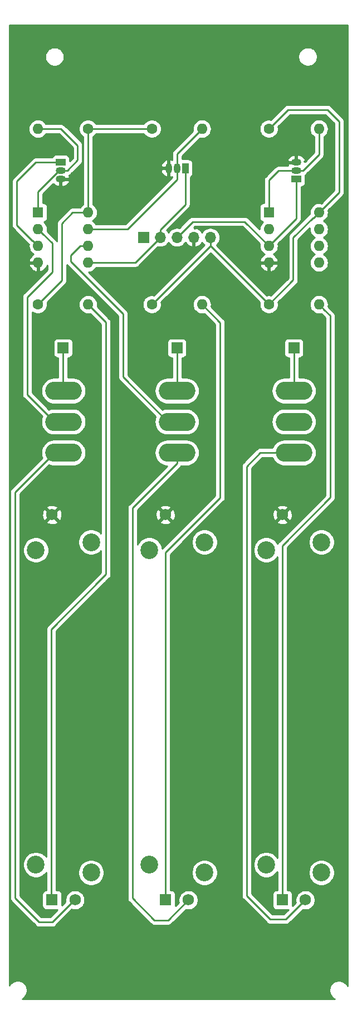
<source format=gtl>
G04 #@! TF.GenerationSoftware,KiCad,Pcbnew,5.1.4-e60b266~84~ubuntu19.04.1*
G04 #@! TF.CreationDate,2019-09-11T11:59:24+02:00*
G04 #@! TF.ProjectId,PixelSlasher,50697865-6c53-46c6-9173-6865722e6b69,2.0.3*
G04 #@! TF.SameCoordinates,Original*
G04 #@! TF.FileFunction,Copper,L1,Top*
G04 #@! TF.FilePolarity,Positive*
%FSLAX46Y46*%
G04 Gerber Fmt 4.6, Leading zero omitted, Abs format (unit mm)*
G04 Created by KiCad (PCBNEW 5.1.4-e60b266~84~ubuntu19.04.1) date 2019-09-11 11:59:24*
%MOMM*%
%LPD*%
G04 APERTURE LIST*
%ADD10R,1.750000X1.750000*%
%ADD11C,1.750000*%
%ADD12C,2.700000*%
%ADD13R,1.700000X1.700000*%
%ADD14O,1.700000X1.700000*%
%ADD15O,1.500000X1.050000*%
%ADD16R,1.500000X1.050000*%
%ADD17R,1.050000X1.500000*%
%ADD18O,1.050000X1.500000*%
%ADD19O,1.600000X1.600000*%
%ADD20C,1.600000*%
%ADD21R,1.600000X1.600000*%
%ADD22O,5.550000X2.775000*%
%ADD23C,0.250000*%
%ADD24C,0.254000*%
G04 APERTURE END LIST*
D10*
X111026000Y-166655420D03*
D11*
X114526000Y-166655420D03*
X111026000Y-108155420D03*
D12*
X108576000Y-161305420D03*
X108576000Y-113505420D03*
X116976000Y-162505420D03*
X116976000Y-112305420D03*
D13*
X124945000Y-66030000D03*
D14*
X127485000Y-66030000D03*
X130025000Y-66030000D03*
X132565000Y-66030000D03*
X135105000Y-66030000D03*
D15*
X112345001Y-55880000D03*
X112345001Y-57150000D03*
D16*
X112345001Y-54610000D03*
D17*
X131290000Y-55520000D03*
D18*
X128750000Y-55520000D03*
X130020000Y-55520000D03*
D15*
X148160000Y-55880000D03*
X148160000Y-54610000D03*
D16*
X148160000Y-57150000D03*
D19*
X116515001Y-76200000D03*
D20*
X108895001Y-76200000D03*
X116515001Y-49530000D03*
D19*
X108895001Y-49530000D03*
D20*
X126210000Y-76200000D03*
D19*
X133830000Y-76200000D03*
X133830000Y-49530000D03*
D20*
X126210000Y-49530000D03*
X143990000Y-76200000D03*
D19*
X151610000Y-76200000D03*
D20*
X143990000Y-49530000D03*
D19*
X151610000Y-49530000D03*
D10*
X128270000Y-166655420D03*
D11*
X131770000Y-166655420D03*
X128270000Y-108155420D03*
D12*
X125820000Y-161305420D03*
X125820000Y-113505420D03*
X134220000Y-162505420D03*
X134220000Y-112305420D03*
X152000000Y-112305420D03*
X152000000Y-162505420D03*
X143600000Y-113505420D03*
X143600000Y-161305420D03*
D11*
X146050000Y-108155420D03*
X149550000Y-166655420D03*
D10*
X146050000Y-166655420D03*
D19*
X116525001Y-62230000D03*
X108905001Y-69850000D03*
X116525001Y-64770000D03*
X108905001Y-67310000D03*
X116525001Y-67310000D03*
X108905001Y-64770000D03*
X116525001Y-69850000D03*
D21*
X108905001Y-62230000D03*
D19*
X151620000Y-62230000D03*
X144000000Y-69850000D03*
X151620000Y-64770000D03*
X144000000Y-67310000D03*
X151620000Y-67310000D03*
X144000000Y-64770000D03*
X151620000Y-69850000D03*
D21*
X144000000Y-62230000D03*
D13*
X112705001Y-82810100D03*
X130020000Y-82810100D03*
X147800000Y-82810100D03*
D22*
X112776000Y-89325720D03*
X112776000Y-94025720D03*
X112776000Y-98725720D03*
X130020000Y-89325720D03*
X130020000Y-94025720D03*
X130020000Y-98725720D03*
X147800000Y-98725720D03*
X147800000Y-94025720D03*
X147800000Y-89325720D03*
D23*
X108105002Y-66510001D02*
X108039001Y-66510001D01*
X108905001Y-67310000D02*
X108105002Y-66510001D01*
X108039001Y-66510001D02*
X105679240Y-64150240D01*
X105679240Y-64150240D02*
X105679240Y-57505600D01*
X108574840Y-54610000D02*
X112345001Y-54610000D01*
X105679240Y-57505600D02*
X108574840Y-54610000D01*
X123665000Y-69850000D02*
X116525001Y-69850000D01*
X127485000Y-66030000D02*
X123665000Y-69850000D01*
X131290000Y-61022919D02*
X131290000Y-56520000D01*
X131290000Y-56520000D02*
X131290000Y-55520000D01*
X127485000Y-64827919D02*
X131290000Y-61022919D01*
X127485000Y-66030000D02*
X127485000Y-64827919D01*
X148160000Y-63150000D02*
X144318205Y-66991795D01*
X148160000Y-57150000D02*
X148160000Y-63150000D01*
X130025000Y-66030000D02*
X132433080Y-63621920D01*
X140311920Y-63621920D02*
X144000000Y-67310000D01*
X132433080Y-63621920D02*
X140311920Y-63621920D01*
X126210000Y-49530000D02*
X116515001Y-49530000D01*
X116515001Y-62220000D02*
X116525001Y-62230000D01*
X116515001Y-49530000D02*
X116515001Y-62220000D01*
X112522000Y-72573001D02*
X108895001Y-76200000D01*
X112522000Y-63881000D02*
X112522000Y-72573001D01*
X116525001Y-62230000D02*
X114173000Y-62230000D01*
X114173000Y-62230000D02*
X112522000Y-63881000D01*
X150820001Y-63029999D02*
X150711001Y-63029999D01*
X151620000Y-62230000D02*
X150820001Y-63029999D01*
X150711001Y-63029999D02*
X147701000Y-66040000D01*
X147701000Y-72489000D02*
X143990000Y-76200000D01*
X147701000Y-66040000D02*
X147701000Y-72489000D01*
X146911000Y-46609000D02*
X143990000Y-49530000D01*
X152908000Y-46609000D02*
X146911000Y-46609000D01*
X154686000Y-48387000D02*
X152908000Y-46609000D01*
X151620000Y-62230000D02*
X154686000Y-59164000D01*
X154686000Y-59164000D02*
X154686000Y-48387000D01*
X135105000Y-67305000D02*
X126210000Y-76200000D01*
X135105000Y-66030000D02*
X135105000Y-67305000D01*
X135105000Y-67315000D02*
X143990000Y-76200000D01*
X135105000Y-66030000D02*
X135105000Y-67315000D01*
X113345001Y-55880000D02*
X112345001Y-55880000D01*
X114935000Y-54290001D02*
X113345001Y-55880000D01*
X114935000Y-52070000D02*
X114935000Y-54290001D01*
X112395000Y-49530000D02*
X114935000Y-52070000D01*
X108895001Y-49530000D02*
X112395000Y-49530000D01*
X112120001Y-55880000D02*
X112345001Y-55880000D01*
X108905001Y-59095000D02*
X112120001Y-55880000D01*
X108905001Y-62230000D02*
X108905001Y-59095000D01*
X130020000Y-53340000D02*
X133830000Y-49530000D01*
X130020000Y-55520000D02*
X130020000Y-53340000D01*
X116525001Y-64770000D02*
X122483880Y-64770000D01*
X130020000Y-57233880D02*
X130020000Y-55520000D01*
X122483880Y-64770000D02*
X130020000Y-57233880D01*
X151610000Y-50661370D02*
X151610000Y-49530000D01*
X151610000Y-53430000D02*
X151610000Y-50661370D01*
X149160000Y-55880000D02*
X151610000Y-53430000D01*
X148160000Y-55880000D02*
X149160000Y-55880000D01*
X147160000Y-55880000D02*
X148160000Y-55880000D01*
X145462905Y-55880000D02*
X147160000Y-55880000D01*
X144000000Y-57342905D02*
X145462905Y-55880000D01*
X144000000Y-62230000D02*
X144000000Y-57342905D01*
X116515001Y-76200000D02*
X119245501Y-78930500D01*
X110932141Y-166655420D02*
X110932141Y-125513919D01*
X118557142Y-117888918D02*
X118559682Y-117888918D01*
X110932141Y-125513919D02*
X118557142Y-117888918D01*
X119245501Y-117203099D02*
X119245501Y-78930500D01*
X118559682Y-117888918D02*
X119245501Y-117203099D01*
X133830000Y-76200000D02*
X136588500Y-78958500D01*
X136588500Y-78958500D02*
X136588500Y-105531920D01*
X128247140Y-113873280D02*
X128247140Y-166655420D01*
X136588500Y-105531920D02*
X128247140Y-113873280D01*
X152409999Y-76999999D02*
X152412599Y-76999999D01*
X151610000Y-76200000D02*
X152409999Y-76999999D01*
X152412599Y-76999999D02*
X153327100Y-77914500D01*
X153327100Y-77914500D02*
X153327100Y-105524300D01*
X146027140Y-112824260D02*
X146027140Y-166655420D01*
X153327100Y-105524300D02*
X146027140Y-112824260D01*
X111388500Y-98725720D02*
X112776000Y-98725720D01*
X114432141Y-166655420D02*
X111052341Y-170035220D01*
X111052341Y-170035220D02*
X109075220Y-170035220D01*
X109075220Y-170035220D02*
X105410000Y-166370000D01*
X105410000Y-104704220D02*
X106327110Y-103787110D01*
X105410000Y-166370000D02*
X105410000Y-104704220D01*
X105796080Y-104318140D02*
X106327110Y-103787110D01*
X106327110Y-103787110D02*
X111388500Y-98725720D01*
X130020000Y-100363220D02*
X123245880Y-107137340D01*
X130020000Y-98725720D02*
X130020000Y-100363220D01*
X123245880Y-107137340D02*
X123245880Y-166405560D01*
X123245880Y-166405560D02*
X126570740Y-169730420D01*
X128672140Y-169730420D02*
X131747140Y-166655420D01*
X126570740Y-169730420D02*
X128672140Y-169730420D01*
X142660640Y-98725720D02*
X147800000Y-98725720D01*
X140594080Y-100792280D02*
X142660640Y-98725720D01*
X140594080Y-165994080D02*
X144213580Y-169613580D01*
X140594080Y-100792280D02*
X140594080Y-165994080D01*
X146568980Y-169613580D02*
X144213580Y-169613580D01*
X149527140Y-166655420D02*
X146568980Y-169613580D01*
X112705001Y-89254721D02*
X112776000Y-89325720D01*
X112705001Y-82810100D02*
X112705001Y-89254721D01*
X130020000Y-82810100D02*
X130020000Y-89325720D01*
X147800000Y-82810100D02*
X147800000Y-89325720D01*
X109705000Y-65569999D02*
X109705000Y-65572500D01*
X108905001Y-64770000D02*
X109705000Y-65569999D01*
X111388500Y-94025720D02*
X107256580Y-89893800D01*
X112776000Y-94025720D02*
X111388500Y-94025720D01*
X107256580Y-89893800D02*
X107256580Y-75059540D01*
X107256580Y-75059540D02*
X111043720Y-71272400D01*
X111043720Y-66908719D02*
X108905001Y-64770000D01*
X111043720Y-71272400D02*
X111043720Y-66908719D01*
X128632500Y-94025720D02*
X121831100Y-87224320D01*
X130020000Y-94025720D02*
X128632500Y-94025720D01*
X121831100Y-87224320D02*
X121831100Y-77630020D01*
X116525001Y-67310000D02*
X115331240Y-67310000D01*
X115331240Y-67310000D02*
X113908840Y-68732400D01*
X113908840Y-69707760D02*
X121831100Y-77630020D01*
X113908840Y-68732400D02*
X113908840Y-69707760D01*
D24*
G36*
X155965001Y-179773346D02*
G01*
X155923115Y-179672224D01*
X155763560Y-179433434D01*
X155560486Y-179230360D01*
X155321696Y-179070805D01*
X155056367Y-178960902D01*
X154774695Y-178904874D01*
X154487505Y-178904874D01*
X154205833Y-178960902D01*
X153940504Y-179070805D01*
X153701714Y-179230360D01*
X153498640Y-179433434D01*
X153339085Y-179672224D01*
X153229182Y-179937553D01*
X153173154Y-180219225D01*
X153173154Y-180506415D01*
X153229182Y-180788087D01*
X153339085Y-181053416D01*
X153498640Y-181292206D01*
X153701714Y-181495280D01*
X153940504Y-181654835D01*
X153971853Y-181667820D01*
X106480347Y-181667820D01*
X106511696Y-181654835D01*
X106750486Y-181495280D01*
X106953560Y-181292206D01*
X107113115Y-181053416D01*
X107223018Y-180788087D01*
X107279046Y-180506415D01*
X107279046Y-180219225D01*
X107223018Y-179937553D01*
X107113115Y-179672224D01*
X106953560Y-179433434D01*
X106750486Y-179230360D01*
X106511696Y-179070805D01*
X106246367Y-178960902D01*
X105964695Y-178904874D01*
X105677505Y-178904874D01*
X105395833Y-178960902D01*
X105130504Y-179070805D01*
X104891714Y-179230360D01*
X104688640Y-179433434D01*
X104545000Y-179648406D01*
X104545000Y-104704220D01*
X104646324Y-104704220D01*
X104650001Y-104741553D01*
X104650000Y-166332678D01*
X104646324Y-166370000D01*
X104650000Y-166407322D01*
X104650000Y-166407332D01*
X104660997Y-166518985D01*
X104702383Y-166655420D01*
X104704454Y-166662246D01*
X104775026Y-166794276D01*
X104783339Y-166804405D01*
X104869999Y-166910001D01*
X104899003Y-166933804D01*
X108511421Y-170546223D01*
X108535219Y-170575221D01*
X108650944Y-170670194D01*
X108782973Y-170740766D01*
X108926234Y-170784223D01*
X109037887Y-170795220D01*
X109037897Y-170795220D01*
X109075220Y-170798896D01*
X109112543Y-170795220D01*
X111015019Y-170795220D01*
X111052341Y-170798896D01*
X111089663Y-170795220D01*
X111089674Y-170795220D01*
X111201327Y-170784223D01*
X111344588Y-170740766D01*
X111476617Y-170670194D01*
X111592342Y-170575221D01*
X111616145Y-170546217D01*
X114063928Y-168098435D01*
X114085549Y-168107391D01*
X114377278Y-168165420D01*
X114674722Y-168165420D01*
X114966451Y-168107391D01*
X115241253Y-167993564D01*
X115488569Y-167828313D01*
X115698893Y-167617989D01*
X115864144Y-167370673D01*
X115977971Y-167095871D01*
X116036000Y-166804142D01*
X116036000Y-166506698D01*
X115977971Y-166214969D01*
X115864144Y-165940167D01*
X115698893Y-165692851D01*
X115488569Y-165482527D01*
X115241253Y-165317276D01*
X114966451Y-165203449D01*
X114674722Y-165145420D01*
X114377278Y-165145420D01*
X114085549Y-165203449D01*
X113810747Y-165317276D01*
X113563431Y-165482527D01*
X113353107Y-165692851D01*
X113187856Y-165940167D01*
X113074029Y-166214969D01*
X113016000Y-166506698D01*
X113016000Y-166804142D01*
X113047957Y-166964802D01*
X112539072Y-167473687D01*
X112539072Y-165780420D01*
X112526812Y-165655938D01*
X112490502Y-165536240D01*
X112431537Y-165425926D01*
X112352185Y-165329235D01*
X112255494Y-165249883D01*
X112145180Y-165190918D01*
X112025482Y-165154608D01*
X111901000Y-165142348D01*
X111692141Y-165142348D01*
X111692141Y-162309915D01*
X114991000Y-162309915D01*
X114991000Y-162700925D01*
X115067282Y-163084423D01*
X115216915Y-163445670D01*
X115434149Y-163770784D01*
X115710636Y-164047271D01*
X116035750Y-164264505D01*
X116396997Y-164414138D01*
X116780495Y-164490420D01*
X117171505Y-164490420D01*
X117555003Y-164414138D01*
X117916250Y-164264505D01*
X118241364Y-164047271D01*
X118517851Y-163770784D01*
X118735085Y-163445670D01*
X118884718Y-163084423D01*
X118961000Y-162700925D01*
X118961000Y-162309915D01*
X118884718Y-161926417D01*
X118735085Y-161565170D01*
X118517851Y-161240056D01*
X118241364Y-160963569D01*
X117916250Y-160746335D01*
X117555003Y-160596702D01*
X117171505Y-160520420D01*
X116780495Y-160520420D01*
X116396997Y-160596702D01*
X116035750Y-160746335D01*
X115710636Y-160963569D01*
X115434149Y-161240056D01*
X115216915Y-161565170D01*
X115067282Y-161926417D01*
X114991000Y-162309915D01*
X111692141Y-162309915D01*
X111692141Y-125828720D01*
X119056520Y-118464342D01*
X119099683Y-118428919D01*
X119123485Y-118399916D01*
X119756505Y-117766897D01*
X119785502Y-117743100D01*
X119880475Y-117627375D01*
X119951047Y-117495346D01*
X119994504Y-117352085D01*
X120005501Y-117240432D01*
X120005501Y-117240431D01*
X120009178Y-117203099D01*
X120005501Y-117165766D01*
X120005501Y-107137340D01*
X122482204Y-107137340D01*
X122485880Y-107174662D01*
X122485881Y-166368227D01*
X122482204Y-166405560D01*
X122496878Y-166554545D01*
X122540334Y-166697806D01*
X122610906Y-166829836D01*
X122682081Y-166916562D01*
X122705880Y-166945561D01*
X122734878Y-166969359D01*
X126006941Y-170241423D01*
X126030739Y-170270421D01*
X126059737Y-170294219D01*
X126146463Y-170365394D01*
X126278493Y-170435966D01*
X126421754Y-170479423D01*
X126533407Y-170490420D01*
X126533416Y-170490420D01*
X126570739Y-170494096D01*
X126608062Y-170490420D01*
X128634818Y-170490420D01*
X128672140Y-170494096D01*
X128709462Y-170490420D01*
X128709473Y-170490420D01*
X128821126Y-170479423D01*
X128964387Y-170435966D01*
X129096416Y-170365394D01*
X129212141Y-170270421D01*
X129235944Y-170241417D01*
X131363264Y-168114097D01*
X131621278Y-168165420D01*
X131918722Y-168165420D01*
X132210451Y-168107391D01*
X132485253Y-167993564D01*
X132732569Y-167828313D01*
X132942893Y-167617989D01*
X133108144Y-167370673D01*
X133221971Y-167095871D01*
X133280000Y-166804142D01*
X133280000Y-166506698D01*
X133221971Y-166214969D01*
X133108144Y-165940167D01*
X132942893Y-165692851D01*
X132732569Y-165482527D01*
X132485253Y-165317276D01*
X132210451Y-165203449D01*
X131918722Y-165145420D01*
X131621278Y-165145420D01*
X131329549Y-165203449D01*
X131054747Y-165317276D01*
X130807431Y-165482527D01*
X130597107Y-165692851D01*
X130431856Y-165940167D01*
X130318029Y-166214969D01*
X130260000Y-166506698D01*
X130260000Y-166804142D01*
X130303737Y-167024021D01*
X129781513Y-167546245D01*
X129783072Y-167530420D01*
X129783072Y-165780420D01*
X129770812Y-165655938D01*
X129734502Y-165536240D01*
X129675537Y-165425926D01*
X129596185Y-165329235D01*
X129499494Y-165249883D01*
X129389180Y-165190918D01*
X129269482Y-165154608D01*
X129145000Y-165142348D01*
X129007140Y-165142348D01*
X129007140Y-162309915D01*
X132235000Y-162309915D01*
X132235000Y-162700925D01*
X132311282Y-163084423D01*
X132460915Y-163445670D01*
X132678149Y-163770784D01*
X132954636Y-164047271D01*
X133279750Y-164264505D01*
X133640997Y-164414138D01*
X134024495Y-164490420D01*
X134415505Y-164490420D01*
X134799003Y-164414138D01*
X135160250Y-164264505D01*
X135485364Y-164047271D01*
X135761851Y-163770784D01*
X135979085Y-163445670D01*
X136128718Y-163084423D01*
X136205000Y-162700925D01*
X136205000Y-162309915D01*
X136128718Y-161926417D01*
X135979085Y-161565170D01*
X135761851Y-161240056D01*
X135485364Y-160963569D01*
X135160250Y-160746335D01*
X134799003Y-160596702D01*
X134415505Y-160520420D01*
X134024495Y-160520420D01*
X133640997Y-160596702D01*
X133279750Y-160746335D01*
X132954636Y-160963569D01*
X132678149Y-161240056D01*
X132460915Y-161565170D01*
X132311282Y-161926417D01*
X132235000Y-162309915D01*
X129007140Y-162309915D01*
X129007140Y-114188081D01*
X131085306Y-112109915D01*
X132235000Y-112109915D01*
X132235000Y-112500925D01*
X132311282Y-112884423D01*
X132460915Y-113245670D01*
X132678149Y-113570784D01*
X132954636Y-113847271D01*
X133279750Y-114064505D01*
X133640997Y-114214138D01*
X134024495Y-114290420D01*
X134415505Y-114290420D01*
X134799003Y-114214138D01*
X135160250Y-114064505D01*
X135485364Y-113847271D01*
X135761851Y-113570784D01*
X135979085Y-113245670D01*
X136128718Y-112884423D01*
X136205000Y-112500925D01*
X136205000Y-112109915D01*
X136128718Y-111726417D01*
X135979085Y-111365170D01*
X135761851Y-111040056D01*
X135485364Y-110763569D01*
X135160250Y-110546335D01*
X134799003Y-110396702D01*
X134415505Y-110320420D01*
X134024495Y-110320420D01*
X133640997Y-110396702D01*
X133279750Y-110546335D01*
X132954636Y-110763569D01*
X132678149Y-111040056D01*
X132460915Y-111365170D01*
X132311282Y-111726417D01*
X132235000Y-112109915D01*
X131085306Y-112109915D01*
X137099508Y-106095715D01*
X137128501Y-106071921D01*
X137152295Y-106042928D01*
X137152299Y-106042924D01*
X137223473Y-105956197D01*
X137227547Y-105948576D01*
X137294046Y-105824167D01*
X137337503Y-105680906D01*
X137348500Y-105569253D01*
X137348500Y-105569244D01*
X137352176Y-105531921D01*
X137348500Y-105494598D01*
X137348500Y-100792280D01*
X139830404Y-100792280D01*
X139834080Y-100829602D01*
X139834081Y-165956747D01*
X139830404Y-165994080D01*
X139845078Y-166143065D01*
X139888534Y-166286326D01*
X139959106Y-166418356D01*
X140030281Y-166505082D01*
X140054080Y-166534081D01*
X140083078Y-166557879D01*
X143649781Y-170124583D01*
X143673579Y-170153581D01*
X143702577Y-170177379D01*
X143789303Y-170248554D01*
X143874736Y-170294219D01*
X143921333Y-170319126D01*
X144064594Y-170362583D01*
X144176247Y-170373580D01*
X144176257Y-170373580D01*
X144213580Y-170377256D01*
X144250902Y-170373580D01*
X146531658Y-170373580D01*
X146568980Y-170377256D01*
X146606302Y-170373580D01*
X146606313Y-170373580D01*
X146717966Y-170362583D01*
X146861227Y-170319126D01*
X146993256Y-170248554D01*
X147108981Y-170153581D01*
X147132784Y-170124577D01*
X149143264Y-168114097D01*
X149401278Y-168165420D01*
X149698722Y-168165420D01*
X149990451Y-168107391D01*
X150265253Y-167993564D01*
X150512569Y-167828313D01*
X150722893Y-167617989D01*
X150888144Y-167370673D01*
X151001971Y-167095871D01*
X151060000Y-166804142D01*
X151060000Y-166506698D01*
X151001971Y-166214969D01*
X150888144Y-165940167D01*
X150722893Y-165692851D01*
X150512569Y-165482527D01*
X150265253Y-165317276D01*
X149990451Y-165203449D01*
X149698722Y-165145420D01*
X149401278Y-165145420D01*
X149109549Y-165203449D01*
X148834747Y-165317276D01*
X148587431Y-165482527D01*
X148377107Y-165692851D01*
X148211856Y-165940167D01*
X148098029Y-166214969D01*
X148040000Y-166506698D01*
X148040000Y-166804142D01*
X148083737Y-167024021D01*
X147561513Y-167546245D01*
X147563072Y-167530420D01*
X147563072Y-165780420D01*
X147550812Y-165655938D01*
X147514502Y-165536240D01*
X147455537Y-165425926D01*
X147376185Y-165329235D01*
X147279494Y-165249883D01*
X147169180Y-165190918D01*
X147049482Y-165154608D01*
X146925000Y-165142348D01*
X146787140Y-165142348D01*
X146787140Y-162309915D01*
X150015000Y-162309915D01*
X150015000Y-162700925D01*
X150091282Y-163084423D01*
X150240915Y-163445670D01*
X150458149Y-163770784D01*
X150734636Y-164047271D01*
X151059750Y-164264505D01*
X151420997Y-164414138D01*
X151804495Y-164490420D01*
X152195505Y-164490420D01*
X152579003Y-164414138D01*
X152940250Y-164264505D01*
X153265364Y-164047271D01*
X153541851Y-163770784D01*
X153759085Y-163445670D01*
X153908718Y-163084423D01*
X153985000Y-162700925D01*
X153985000Y-162309915D01*
X153908718Y-161926417D01*
X153759085Y-161565170D01*
X153541851Y-161240056D01*
X153265364Y-160963569D01*
X152940250Y-160746335D01*
X152579003Y-160596702D01*
X152195505Y-160520420D01*
X151804495Y-160520420D01*
X151420997Y-160596702D01*
X151059750Y-160746335D01*
X150734636Y-160963569D01*
X150458149Y-161240056D01*
X150240915Y-161565170D01*
X150091282Y-161926417D01*
X150015000Y-162309915D01*
X146787140Y-162309915D01*
X146787140Y-113139061D01*
X147816286Y-112109915D01*
X150015000Y-112109915D01*
X150015000Y-112500925D01*
X150091282Y-112884423D01*
X150240915Y-113245670D01*
X150458149Y-113570784D01*
X150734636Y-113847271D01*
X151059750Y-114064505D01*
X151420997Y-114214138D01*
X151804495Y-114290420D01*
X152195505Y-114290420D01*
X152579003Y-114214138D01*
X152940250Y-114064505D01*
X153265364Y-113847271D01*
X153541851Y-113570784D01*
X153759085Y-113245670D01*
X153908718Y-112884423D01*
X153985000Y-112500925D01*
X153985000Y-112109915D01*
X153908718Y-111726417D01*
X153759085Y-111365170D01*
X153541851Y-111040056D01*
X153265364Y-110763569D01*
X152940250Y-110546335D01*
X152579003Y-110396702D01*
X152195505Y-110320420D01*
X151804495Y-110320420D01*
X151420997Y-110396702D01*
X151059750Y-110546335D01*
X150734636Y-110763569D01*
X150458149Y-111040056D01*
X150240915Y-111365170D01*
X150091282Y-111726417D01*
X150015000Y-112109915D01*
X147816286Y-112109915D01*
X153838108Y-106088095D01*
X153867101Y-106064301D01*
X153890895Y-106035308D01*
X153890899Y-106035304D01*
X153962073Y-105948577D01*
X153962074Y-105948576D01*
X154032646Y-105816547D01*
X154076103Y-105673286D01*
X154087100Y-105561633D01*
X154087100Y-105561624D01*
X154090776Y-105524301D01*
X154087100Y-105486978D01*
X154087100Y-77951825D01*
X154090776Y-77914500D01*
X154087100Y-77877175D01*
X154087100Y-77877167D01*
X154076103Y-77765514D01*
X154032646Y-77622253D01*
X153962074Y-77490224D01*
X153867101Y-77374499D01*
X153838104Y-77350702D01*
X153011313Y-76523912D01*
X153024236Y-76481309D01*
X153051943Y-76200000D01*
X153024236Y-75918691D01*
X152942182Y-75648192D01*
X152808932Y-75398899D01*
X152629608Y-75180392D01*
X152411101Y-75001068D01*
X152161808Y-74867818D01*
X151891309Y-74785764D01*
X151680492Y-74765000D01*
X151539508Y-74765000D01*
X151328691Y-74785764D01*
X151058192Y-74867818D01*
X150808899Y-75001068D01*
X150590392Y-75180392D01*
X150411068Y-75398899D01*
X150277818Y-75648192D01*
X150195764Y-75918691D01*
X150168057Y-76200000D01*
X150195764Y-76481309D01*
X150277818Y-76751808D01*
X150411068Y-77001101D01*
X150590392Y-77219608D01*
X150808899Y-77398932D01*
X151058192Y-77532182D01*
X151328691Y-77614236D01*
X151539508Y-77635000D01*
X151680492Y-77635000D01*
X151891309Y-77614236D01*
X151937901Y-77600103D01*
X152567100Y-78229302D01*
X152567101Y-105209496D01*
X145516143Y-112260456D01*
X145487139Y-112284259D01*
X145432011Y-112351434D01*
X145392166Y-112399984D01*
X145338212Y-112500925D01*
X145328410Y-112519262D01*
X145141851Y-112240056D01*
X144865364Y-111963569D01*
X144540250Y-111746335D01*
X144179003Y-111596702D01*
X143795505Y-111520420D01*
X143404495Y-111520420D01*
X143020997Y-111596702D01*
X142659750Y-111746335D01*
X142334636Y-111963569D01*
X142058149Y-112240056D01*
X141840915Y-112565170D01*
X141691282Y-112926417D01*
X141615000Y-113309915D01*
X141615000Y-113700925D01*
X141691282Y-114084423D01*
X141840915Y-114445670D01*
X142058149Y-114770784D01*
X142334636Y-115047271D01*
X142659750Y-115264505D01*
X143020997Y-115414138D01*
X143404495Y-115490420D01*
X143795505Y-115490420D01*
X144179003Y-115414138D01*
X144540250Y-115264505D01*
X144865364Y-115047271D01*
X145141851Y-114770784D01*
X145267140Y-114583276D01*
X145267141Y-160227566D01*
X145141851Y-160040056D01*
X144865364Y-159763569D01*
X144540250Y-159546335D01*
X144179003Y-159396702D01*
X143795505Y-159320420D01*
X143404495Y-159320420D01*
X143020997Y-159396702D01*
X142659750Y-159546335D01*
X142334636Y-159763569D01*
X142058149Y-160040056D01*
X141840915Y-160365170D01*
X141691282Y-160726417D01*
X141615000Y-161109915D01*
X141615000Y-161500925D01*
X141691282Y-161884423D01*
X141840915Y-162245670D01*
X142058149Y-162570784D01*
X142334636Y-162847271D01*
X142659750Y-163064505D01*
X143020997Y-163214138D01*
X143404495Y-163290420D01*
X143795505Y-163290420D01*
X144179003Y-163214138D01*
X144540250Y-163064505D01*
X144865364Y-162847271D01*
X145141851Y-162570784D01*
X145267141Y-162383274D01*
X145267141Y-165142348D01*
X145175000Y-165142348D01*
X145050518Y-165154608D01*
X144930820Y-165190918D01*
X144820506Y-165249883D01*
X144723815Y-165329235D01*
X144644463Y-165425926D01*
X144585498Y-165536240D01*
X144549188Y-165655938D01*
X144536928Y-165780420D01*
X144536928Y-167530420D01*
X144549188Y-167654902D01*
X144585498Y-167774600D01*
X144644463Y-167884914D01*
X144723815Y-167981605D01*
X144820506Y-168060957D01*
X144930820Y-168119922D01*
X145050518Y-168156232D01*
X145175000Y-168168492D01*
X146925000Y-168168492D01*
X146940825Y-168166933D01*
X146254179Y-168853580D01*
X144528382Y-168853580D01*
X141354080Y-165679279D01*
X141354080Y-109201660D01*
X145183365Y-109201660D01*
X145264025Y-109453288D01*
X145532329Y-109581687D01*
X145820526Y-109655275D01*
X146117543Y-109671224D01*
X146411963Y-109628921D01*
X146692474Y-109529992D01*
X146835975Y-109453288D01*
X146916635Y-109201660D01*
X146050000Y-108335025D01*
X145183365Y-109201660D01*
X141354080Y-109201660D01*
X141354080Y-108222963D01*
X144534196Y-108222963D01*
X144576499Y-108517383D01*
X144675428Y-108797894D01*
X144752132Y-108941395D01*
X145003760Y-109022055D01*
X145870395Y-108155420D01*
X146229605Y-108155420D01*
X147096240Y-109022055D01*
X147347868Y-108941395D01*
X147476267Y-108673091D01*
X147549855Y-108384894D01*
X147565804Y-108087877D01*
X147523501Y-107793457D01*
X147424572Y-107512946D01*
X147347868Y-107369445D01*
X147096240Y-107288785D01*
X146229605Y-108155420D01*
X145870395Y-108155420D01*
X145003760Y-107288785D01*
X144752132Y-107369445D01*
X144623733Y-107637749D01*
X144550145Y-107925946D01*
X144534196Y-108222963D01*
X141354080Y-108222963D01*
X141354080Y-107109180D01*
X145183365Y-107109180D01*
X146050000Y-107975815D01*
X146916635Y-107109180D01*
X146835975Y-106857552D01*
X146567671Y-106729153D01*
X146279474Y-106655565D01*
X145982457Y-106639616D01*
X145688037Y-106681919D01*
X145407526Y-106780848D01*
X145264025Y-106857552D01*
X145183365Y-107109180D01*
X141354080Y-107109180D01*
X141354080Y-101107081D01*
X142975442Y-99485720D01*
X144529537Y-99485720D01*
X144534913Y-99503442D01*
X144722716Y-99854798D01*
X144975457Y-100162763D01*
X145283422Y-100415504D01*
X145634778Y-100603307D01*
X146016021Y-100718956D01*
X146313142Y-100748220D01*
X149286858Y-100748220D01*
X149583979Y-100718956D01*
X149965222Y-100603307D01*
X150316578Y-100415504D01*
X150624543Y-100162763D01*
X150877284Y-99854798D01*
X151065087Y-99503442D01*
X151180736Y-99122199D01*
X151219786Y-98725720D01*
X151180736Y-98329241D01*
X151065087Y-97947998D01*
X150877284Y-97596642D01*
X150624543Y-97288677D01*
X150316578Y-97035936D01*
X149965222Y-96848133D01*
X149583979Y-96732484D01*
X149286858Y-96703220D01*
X146313142Y-96703220D01*
X146016021Y-96732484D01*
X145634778Y-96848133D01*
X145283422Y-97035936D01*
X144975457Y-97288677D01*
X144722716Y-97596642D01*
X144534913Y-97947998D01*
X144529537Y-97965720D01*
X142697962Y-97965720D01*
X142660639Y-97962044D01*
X142623316Y-97965720D01*
X142623307Y-97965720D01*
X142511654Y-97976717D01*
X142368393Y-98020174D01*
X142236364Y-98090746D01*
X142120639Y-98185719D01*
X142096841Y-98214717D01*
X140083083Y-100228476D01*
X140054079Y-100252279D01*
X139998951Y-100319454D01*
X139959106Y-100368004D01*
X139941708Y-100400553D01*
X139888534Y-100500034D01*
X139845077Y-100643295D01*
X139834080Y-100754948D01*
X139834080Y-100754958D01*
X139830404Y-100792280D01*
X137348500Y-100792280D01*
X137348500Y-94025720D01*
X144380214Y-94025720D01*
X144419264Y-94422199D01*
X144534913Y-94803442D01*
X144722716Y-95154798D01*
X144975457Y-95462763D01*
X145283422Y-95715504D01*
X145634778Y-95903307D01*
X146016021Y-96018956D01*
X146313142Y-96048220D01*
X149286858Y-96048220D01*
X149583979Y-96018956D01*
X149965222Y-95903307D01*
X150316578Y-95715504D01*
X150624543Y-95462763D01*
X150877284Y-95154798D01*
X151065087Y-94803442D01*
X151180736Y-94422199D01*
X151219786Y-94025720D01*
X151180736Y-93629241D01*
X151065087Y-93247998D01*
X150877284Y-92896642D01*
X150624543Y-92588677D01*
X150316578Y-92335936D01*
X149965222Y-92148133D01*
X149583979Y-92032484D01*
X149286858Y-92003220D01*
X146313142Y-92003220D01*
X146016021Y-92032484D01*
X145634778Y-92148133D01*
X145283422Y-92335936D01*
X144975457Y-92588677D01*
X144722716Y-92896642D01*
X144534913Y-93247998D01*
X144419264Y-93629241D01*
X144380214Y-94025720D01*
X137348500Y-94025720D01*
X137348500Y-89325720D01*
X144380214Y-89325720D01*
X144419264Y-89722199D01*
X144534913Y-90103442D01*
X144722716Y-90454798D01*
X144975457Y-90762763D01*
X145283422Y-91015504D01*
X145634778Y-91203307D01*
X146016021Y-91318956D01*
X146313142Y-91348220D01*
X149286858Y-91348220D01*
X149583979Y-91318956D01*
X149965222Y-91203307D01*
X150316578Y-91015504D01*
X150624543Y-90762763D01*
X150877284Y-90454798D01*
X151065087Y-90103442D01*
X151180736Y-89722199D01*
X151219786Y-89325720D01*
X151180736Y-88929241D01*
X151065087Y-88547998D01*
X150877284Y-88196642D01*
X150624543Y-87888677D01*
X150316578Y-87635936D01*
X149965222Y-87448133D01*
X149583979Y-87332484D01*
X149286858Y-87303220D01*
X148560000Y-87303220D01*
X148560000Y-84298172D01*
X148650000Y-84298172D01*
X148774482Y-84285912D01*
X148894180Y-84249602D01*
X149004494Y-84190637D01*
X149101185Y-84111285D01*
X149180537Y-84014594D01*
X149239502Y-83904280D01*
X149275812Y-83784582D01*
X149288072Y-83660100D01*
X149288072Y-81960100D01*
X149275812Y-81835618D01*
X149239502Y-81715920D01*
X149180537Y-81605606D01*
X149101185Y-81508915D01*
X149004494Y-81429563D01*
X148894180Y-81370598D01*
X148774482Y-81334288D01*
X148650000Y-81322028D01*
X146950000Y-81322028D01*
X146825518Y-81334288D01*
X146705820Y-81370598D01*
X146595506Y-81429563D01*
X146498815Y-81508915D01*
X146419463Y-81605606D01*
X146360498Y-81715920D01*
X146324188Y-81835618D01*
X146311928Y-81960100D01*
X146311928Y-83660100D01*
X146324188Y-83784582D01*
X146360498Y-83904280D01*
X146419463Y-84014594D01*
X146498815Y-84111285D01*
X146595506Y-84190637D01*
X146705820Y-84249602D01*
X146825518Y-84285912D01*
X146950000Y-84298172D01*
X147040000Y-84298172D01*
X147040001Y-87303220D01*
X146313142Y-87303220D01*
X146016021Y-87332484D01*
X145634778Y-87448133D01*
X145283422Y-87635936D01*
X144975457Y-87888677D01*
X144722716Y-88196642D01*
X144534913Y-88547998D01*
X144419264Y-88929241D01*
X144380214Y-89325720D01*
X137348500Y-89325720D01*
X137348500Y-78995822D01*
X137352176Y-78958499D01*
X137348500Y-78921176D01*
X137348500Y-78921167D01*
X137337503Y-78809514D01*
X137294046Y-78666253D01*
X137292576Y-78663503D01*
X137223474Y-78534223D01*
X137152299Y-78447497D01*
X137128501Y-78418499D01*
X137099504Y-78394702D01*
X135230708Y-76525906D01*
X135244236Y-76481309D01*
X135271943Y-76200000D01*
X135244236Y-75918691D01*
X135162182Y-75648192D01*
X135028932Y-75398899D01*
X134849608Y-75180392D01*
X134631101Y-75001068D01*
X134381808Y-74867818D01*
X134111309Y-74785764D01*
X133900492Y-74765000D01*
X133759508Y-74765000D01*
X133548691Y-74785764D01*
X133278192Y-74867818D01*
X133028899Y-75001068D01*
X132810392Y-75180392D01*
X132631068Y-75398899D01*
X132497818Y-75648192D01*
X132415764Y-75918691D01*
X132388057Y-76200000D01*
X132415764Y-76481309D01*
X132497818Y-76751808D01*
X132631068Y-77001101D01*
X132810392Y-77219608D01*
X133028899Y-77398932D01*
X133278192Y-77532182D01*
X133548691Y-77614236D01*
X133759508Y-77635000D01*
X133900492Y-77635000D01*
X134111309Y-77614236D01*
X134155906Y-77600708D01*
X135828500Y-79273302D01*
X135828501Y-105217116D01*
X127793503Y-113252116D01*
X127728718Y-112926417D01*
X127579085Y-112565170D01*
X127361851Y-112240056D01*
X127085364Y-111963569D01*
X126760250Y-111746335D01*
X126399003Y-111596702D01*
X126015505Y-111520420D01*
X125624495Y-111520420D01*
X125240997Y-111596702D01*
X124879750Y-111746335D01*
X124554636Y-111963569D01*
X124278149Y-112240056D01*
X124060915Y-112565170D01*
X124005880Y-112698037D01*
X124005880Y-109201660D01*
X127403365Y-109201660D01*
X127484025Y-109453288D01*
X127752329Y-109581687D01*
X128040526Y-109655275D01*
X128337543Y-109671224D01*
X128631963Y-109628921D01*
X128912474Y-109529992D01*
X129055975Y-109453288D01*
X129136635Y-109201660D01*
X128270000Y-108335025D01*
X127403365Y-109201660D01*
X124005880Y-109201660D01*
X124005880Y-108222963D01*
X126754196Y-108222963D01*
X126796499Y-108517383D01*
X126895428Y-108797894D01*
X126972132Y-108941395D01*
X127223760Y-109022055D01*
X128090395Y-108155420D01*
X128449605Y-108155420D01*
X129316240Y-109022055D01*
X129567868Y-108941395D01*
X129696267Y-108673091D01*
X129769855Y-108384894D01*
X129785804Y-108087877D01*
X129743501Y-107793457D01*
X129644572Y-107512946D01*
X129567868Y-107369445D01*
X129316240Y-107288785D01*
X128449605Y-108155420D01*
X128090395Y-108155420D01*
X127223760Y-107288785D01*
X126972132Y-107369445D01*
X126843733Y-107637749D01*
X126770145Y-107925946D01*
X126754196Y-108222963D01*
X124005880Y-108222963D01*
X124005880Y-107452141D01*
X124348841Y-107109180D01*
X127403365Y-107109180D01*
X128270000Y-107975815D01*
X129136635Y-107109180D01*
X129055975Y-106857552D01*
X128787671Y-106729153D01*
X128499474Y-106655565D01*
X128202457Y-106639616D01*
X127908037Y-106681919D01*
X127627526Y-106780848D01*
X127484025Y-106857552D01*
X127403365Y-107109180D01*
X124348841Y-107109180D01*
X130531008Y-100927015D01*
X130560001Y-100903221D01*
X130583795Y-100874228D01*
X130583799Y-100874224D01*
X130654973Y-100787497D01*
X130654974Y-100787496D01*
X130675968Y-100748220D01*
X131506858Y-100748220D01*
X131803979Y-100718956D01*
X132185222Y-100603307D01*
X132536578Y-100415504D01*
X132844543Y-100162763D01*
X133097284Y-99854798D01*
X133285087Y-99503442D01*
X133400736Y-99122199D01*
X133439786Y-98725720D01*
X133400736Y-98329241D01*
X133285087Y-97947998D01*
X133097284Y-97596642D01*
X132844543Y-97288677D01*
X132536578Y-97035936D01*
X132185222Y-96848133D01*
X131803979Y-96732484D01*
X131506858Y-96703220D01*
X128533142Y-96703220D01*
X128236021Y-96732484D01*
X127854778Y-96848133D01*
X127503422Y-97035936D01*
X127195457Y-97288677D01*
X126942716Y-97596642D01*
X126754913Y-97947998D01*
X126639264Y-98329241D01*
X126600214Y-98725720D01*
X126639264Y-99122199D01*
X126754913Y-99503442D01*
X126942716Y-99854798D01*
X127195457Y-100162763D01*
X127503422Y-100415504D01*
X127854778Y-100603307D01*
X128236021Y-100718956D01*
X128533142Y-100748220D01*
X128560197Y-100748220D01*
X122734883Y-106573536D01*
X122705879Y-106597339D01*
X122658095Y-106655565D01*
X122610906Y-106713064D01*
X122540335Y-106845093D01*
X122540334Y-106845094D01*
X122496877Y-106988355D01*
X122485880Y-107100008D01*
X122485880Y-107100018D01*
X122482204Y-107137340D01*
X120005501Y-107137340D01*
X120005501Y-78967822D01*
X120009177Y-78930499D01*
X120005501Y-78893176D01*
X120005501Y-78893167D01*
X119994504Y-78781514D01*
X119951047Y-78638253D01*
X119895441Y-78534223D01*
X119880475Y-78506223D01*
X119809300Y-78419497D01*
X119785502Y-78390499D01*
X119756504Y-78366701D01*
X117915709Y-76525906D01*
X117929237Y-76481309D01*
X117956944Y-76200000D01*
X117929237Y-75918691D01*
X117847183Y-75648192D01*
X117713933Y-75398899D01*
X117534609Y-75180392D01*
X117316102Y-75001068D01*
X117066809Y-74867818D01*
X116796310Y-74785764D01*
X116585493Y-74765000D01*
X116444509Y-74765000D01*
X116233692Y-74785764D01*
X115963193Y-74867818D01*
X115713900Y-75001068D01*
X115495393Y-75180392D01*
X115316069Y-75398899D01*
X115182819Y-75648192D01*
X115100765Y-75918691D01*
X115073058Y-76200000D01*
X115100765Y-76481309D01*
X115182819Y-76751808D01*
X115316069Y-77001101D01*
X115495393Y-77219608D01*
X115713900Y-77398932D01*
X115963193Y-77532182D01*
X116233692Y-77614236D01*
X116444509Y-77635000D01*
X116585493Y-77635000D01*
X116796310Y-77614236D01*
X116840907Y-77600708D01*
X118485502Y-79245303D01*
X118485501Y-111007706D01*
X118241364Y-110763569D01*
X117916250Y-110546335D01*
X117555003Y-110396702D01*
X117171505Y-110320420D01*
X116780495Y-110320420D01*
X116396997Y-110396702D01*
X116035750Y-110546335D01*
X115710636Y-110763569D01*
X115434149Y-111040056D01*
X115216915Y-111365170D01*
X115067282Y-111726417D01*
X114991000Y-112109915D01*
X114991000Y-112500925D01*
X115067282Y-112884423D01*
X115216915Y-113245670D01*
X115434149Y-113570784D01*
X115710636Y-113847271D01*
X116035750Y-114064505D01*
X116396997Y-114214138D01*
X116780495Y-114290420D01*
X117171505Y-114290420D01*
X117555003Y-114214138D01*
X117916250Y-114064505D01*
X118241364Y-113847271D01*
X118485501Y-113603134D01*
X118485501Y-116888297D01*
X118060309Y-117313490D01*
X118017141Y-117348917D01*
X117993343Y-117377915D01*
X110421139Y-124950120D01*
X110392141Y-124973918D01*
X110368343Y-125002916D01*
X110368342Y-125002917D01*
X110297167Y-125089643D01*
X110226595Y-125221673D01*
X110183139Y-125364934D01*
X110168465Y-125513919D01*
X110172142Y-125551252D01*
X110172141Y-160121307D01*
X110117851Y-160040056D01*
X109841364Y-159763569D01*
X109516250Y-159546335D01*
X109155003Y-159396702D01*
X108771505Y-159320420D01*
X108380495Y-159320420D01*
X107996997Y-159396702D01*
X107635750Y-159546335D01*
X107310636Y-159763569D01*
X107034149Y-160040056D01*
X106816915Y-160365170D01*
X106667282Y-160726417D01*
X106591000Y-161109915D01*
X106591000Y-161500925D01*
X106667282Y-161884423D01*
X106816915Y-162245670D01*
X107034149Y-162570784D01*
X107310636Y-162847271D01*
X107635750Y-163064505D01*
X107996997Y-163214138D01*
X108380495Y-163290420D01*
X108771505Y-163290420D01*
X109155003Y-163214138D01*
X109516250Y-163064505D01*
X109841364Y-162847271D01*
X110117851Y-162570784D01*
X110172141Y-162489533D01*
X110172141Y-165142348D01*
X110151000Y-165142348D01*
X110026518Y-165154608D01*
X109906820Y-165190918D01*
X109796506Y-165249883D01*
X109699815Y-165329235D01*
X109620463Y-165425926D01*
X109561498Y-165536240D01*
X109525188Y-165655938D01*
X109512928Y-165780420D01*
X109512928Y-167530420D01*
X109525188Y-167654902D01*
X109561498Y-167774600D01*
X109620463Y-167884914D01*
X109699815Y-167981605D01*
X109796506Y-168060957D01*
X109906820Y-168119922D01*
X110026518Y-168156232D01*
X110151000Y-168168492D01*
X111844268Y-168168492D01*
X110737540Y-169275220D01*
X109390022Y-169275220D01*
X106170000Y-166055199D01*
X106170000Y-113309915D01*
X106591000Y-113309915D01*
X106591000Y-113700925D01*
X106667282Y-114084423D01*
X106816915Y-114445670D01*
X107034149Y-114770784D01*
X107310636Y-115047271D01*
X107635750Y-115264505D01*
X107996997Y-115414138D01*
X108380495Y-115490420D01*
X108771505Y-115490420D01*
X109155003Y-115414138D01*
X109516250Y-115264505D01*
X109841364Y-115047271D01*
X110117851Y-114770784D01*
X110335085Y-114445670D01*
X110484718Y-114084423D01*
X110561000Y-113700925D01*
X110561000Y-113309915D01*
X110484718Y-112926417D01*
X110335085Y-112565170D01*
X110117851Y-112240056D01*
X109841364Y-111963569D01*
X109516250Y-111746335D01*
X109155003Y-111596702D01*
X108771505Y-111520420D01*
X108380495Y-111520420D01*
X107996997Y-111596702D01*
X107635750Y-111746335D01*
X107310636Y-111963569D01*
X107034149Y-112240056D01*
X106816915Y-112565170D01*
X106667282Y-112926417D01*
X106591000Y-113309915D01*
X106170000Y-113309915D01*
X106170000Y-109201660D01*
X110159365Y-109201660D01*
X110240025Y-109453288D01*
X110508329Y-109581687D01*
X110796526Y-109655275D01*
X111093543Y-109671224D01*
X111387963Y-109628921D01*
X111668474Y-109529992D01*
X111811975Y-109453288D01*
X111892635Y-109201660D01*
X111026000Y-108335025D01*
X110159365Y-109201660D01*
X106170000Y-109201660D01*
X106170000Y-108222963D01*
X109510196Y-108222963D01*
X109552499Y-108517383D01*
X109651428Y-108797894D01*
X109728132Y-108941395D01*
X109979760Y-109022055D01*
X110846395Y-108155420D01*
X111205605Y-108155420D01*
X112072240Y-109022055D01*
X112323868Y-108941395D01*
X112452267Y-108673091D01*
X112525855Y-108384894D01*
X112541804Y-108087877D01*
X112499501Y-107793457D01*
X112400572Y-107512946D01*
X112323868Y-107369445D01*
X112072240Y-107288785D01*
X111205605Y-108155420D01*
X110846395Y-108155420D01*
X109979760Y-107288785D01*
X109728132Y-107369445D01*
X109599733Y-107637749D01*
X109526145Y-107925946D01*
X109510196Y-108222963D01*
X106170000Y-108222963D01*
X106170000Y-107109180D01*
X110159365Y-107109180D01*
X111026000Y-107975815D01*
X111892635Y-107109180D01*
X111811975Y-106857552D01*
X111543671Y-106729153D01*
X111255474Y-106655565D01*
X110958457Y-106639616D01*
X110664037Y-106681919D01*
X110383526Y-106780848D01*
X110240025Y-106857552D01*
X110159365Y-107109180D01*
X106170000Y-107109180D01*
X106170000Y-105019022D01*
X106890909Y-104298114D01*
X106890918Y-104298103D01*
X110594445Y-100594577D01*
X110610778Y-100603307D01*
X110992021Y-100718956D01*
X111289142Y-100748220D01*
X114262858Y-100748220D01*
X114559979Y-100718956D01*
X114941222Y-100603307D01*
X115292578Y-100415504D01*
X115600543Y-100162763D01*
X115853284Y-99854798D01*
X116041087Y-99503442D01*
X116156736Y-99122199D01*
X116195786Y-98725720D01*
X116156736Y-98329241D01*
X116041087Y-97947998D01*
X115853284Y-97596642D01*
X115600543Y-97288677D01*
X115292578Y-97035936D01*
X114941222Y-96848133D01*
X114559979Y-96732484D01*
X114262858Y-96703220D01*
X111289142Y-96703220D01*
X110992021Y-96732484D01*
X110610778Y-96848133D01*
X110259422Y-97035936D01*
X109951457Y-97288677D01*
X109698716Y-97596642D01*
X109510913Y-97947998D01*
X109395264Y-98329241D01*
X109356214Y-98725720D01*
X109395264Y-99122199D01*
X109510913Y-99503442D01*
X109519643Y-99519775D01*
X105816117Y-103223302D01*
X105816106Y-103223311D01*
X104898998Y-104140421D01*
X104870000Y-104164219D01*
X104846202Y-104193217D01*
X104846201Y-104193218D01*
X104775026Y-104279944D01*
X104704454Y-104411974D01*
X104674180Y-104511778D01*
X104662348Y-104550786D01*
X104660998Y-104555235D01*
X104646324Y-104704220D01*
X104545000Y-104704220D01*
X104545000Y-70199039D01*
X107513097Y-70199039D01*
X107553755Y-70333087D01*
X107673964Y-70587420D01*
X107841482Y-70813414D01*
X108049870Y-71002385D01*
X108291120Y-71147070D01*
X108555961Y-71241909D01*
X108778001Y-71120624D01*
X108778001Y-69977000D01*
X107635086Y-69977000D01*
X107513097Y-70199039D01*
X104545000Y-70199039D01*
X104545000Y-57505600D01*
X104915564Y-57505600D01*
X104919241Y-57542932D01*
X104919240Y-64112917D01*
X104915564Y-64150240D01*
X104919240Y-64187562D01*
X104919240Y-64187572D01*
X104930237Y-64299225D01*
X104967177Y-64421001D01*
X104973694Y-64442486D01*
X105044266Y-64574516D01*
X105082426Y-64621014D01*
X105139239Y-64690241D01*
X105168243Y-64714044D01*
X107475201Y-67021003D01*
X107489773Y-67038759D01*
X107463058Y-67310000D01*
X107490765Y-67591309D01*
X107572819Y-67861808D01*
X107706069Y-68111101D01*
X107885393Y-68329608D01*
X108103900Y-68508932D01*
X108241683Y-68582579D01*
X108049870Y-68697615D01*
X107841482Y-68886586D01*
X107673964Y-69112580D01*
X107553755Y-69366913D01*
X107513097Y-69500961D01*
X107635086Y-69723000D01*
X108778001Y-69723000D01*
X108778001Y-69703000D01*
X109032001Y-69703000D01*
X109032001Y-69723000D01*
X109052001Y-69723000D01*
X109052001Y-69977000D01*
X109032001Y-69977000D01*
X109032001Y-71120624D01*
X109254041Y-71241909D01*
X109518882Y-71147070D01*
X109760132Y-71002385D01*
X109968520Y-70813414D01*
X110136038Y-70587420D01*
X110256247Y-70333087D01*
X110283720Y-70242509D01*
X110283720Y-70957598D01*
X106745578Y-74495741D01*
X106716580Y-74519539D01*
X106692782Y-74548537D01*
X106692781Y-74548538D01*
X106621606Y-74635264D01*
X106551034Y-74767294D01*
X106507578Y-74910555D01*
X106492904Y-75059540D01*
X106496581Y-75096872D01*
X106496580Y-89856478D01*
X106492904Y-89893800D01*
X106496580Y-89931122D01*
X106496580Y-89931132D01*
X106507577Y-90042785D01*
X106525977Y-90103442D01*
X106551034Y-90186046D01*
X106621606Y-90318076D01*
X106661451Y-90366626D01*
X106716579Y-90433801D01*
X106745583Y-90457604D01*
X109519643Y-93231665D01*
X109510913Y-93247998D01*
X109395264Y-93629241D01*
X109356214Y-94025720D01*
X109395264Y-94422199D01*
X109510913Y-94803442D01*
X109698716Y-95154798D01*
X109951457Y-95462763D01*
X110259422Y-95715504D01*
X110610778Y-95903307D01*
X110992021Y-96018956D01*
X111289142Y-96048220D01*
X114262858Y-96048220D01*
X114559979Y-96018956D01*
X114941222Y-95903307D01*
X115292578Y-95715504D01*
X115600543Y-95462763D01*
X115853284Y-95154798D01*
X116041087Y-94803442D01*
X116156736Y-94422199D01*
X116195786Y-94025720D01*
X116156736Y-93629241D01*
X116041087Y-93247998D01*
X115853284Y-92896642D01*
X115600543Y-92588677D01*
X115292578Y-92335936D01*
X114941222Y-92148133D01*
X114559979Y-92032484D01*
X114262858Y-92003220D01*
X111289142Y-92003220D01*
X110992021Y-92032484D01*
X110610778Y-92148133D01*
X110594445Y-92156863D01*
X108016580Y-89578999D01*
X108016580Y-89325720D01*
X109356214Y-89325720D01*
X109395264Y-89722199D01*
X109510913Y-90103442D01*
X109698716Y-90454798D01*
X109951457Y-90762763D01*
X110259422Y-91015504D01*
X110610778Y-91203307D01*
X110992021Y-91318956D01*
X111289142Y-91348220D01*
X114262858Y-91348220D01*
X114559979Y-91318956D01*
X114941222Y-91203307D01*
X115292578Y-91015504D01*
X115600543Y-90762763D01*
X115853284Y-90454798D01*
X116041087Y-90103442D01*
X116156736Y-89722199D01*
X116195786Y-89325720D01*
X116156736Y-88929241D01*
X116041087Y-88547998D01*
X115853284Y-88196642D01*
X115600543Y-87888677D01*
X115292578Y-87635936D01*
X114941222Y-87448133D01*
X114559979Y-87332484D01*
X114262858Y-87303220D01*
X113465001Y-87303220D01*
X113465001Y-84298172D01*
X113555001Y-84298172D01*
X113679483Y-84285912D01*
X113799181Y-84249602D01*
X113909495Y-84190637D01*
X114006186Y-84111285D01*
X114085538Y-84014594D01*
X114144503Y-83904280D01*
X114180813Y-83784582D01*
X114193073Y-83660100D01*
X114193073Y-81960100D01*
X114180813Y-81835618D01*
X114144503Y-81715920D01*
X114085538Y-81605606D01*
X114006186Y-81508915D01*
X113909495Y-81429563D01*
X113799181Y-81370598D01*
X113679483Y-81334288D01*
X113555001Y-81322028D01*
X111855001Y-81322028D01*
X111730519Y-81334288D01*
X111610821Y-81370598D01*
X111500507Y-81429563D01*
X111403816Y-81508915D01*
X111324464Y-81605606D01*
X111265499Y-81715920D01*
X111229189Y-81835618D01*
X111216929Y-81960100D01*
X111216929Y-83660100D01*
X111229189Y-83784582D01*
X111265499Y-83904280D01*
X111324464Y-84014594D01*
X111403816Y-84111285D01*
X111500507Y-84190637D01*
X111610821Y-84249602D01*
X111730519Y-84285912D01*
X111855001Y-84298172D01*
X111945001Y-84298172D01*
X111945002Y-87303220D01*
X111289142Y-87303220D01*
X110992021Y-87332484D01*
X110610778Y-87448133D01*
X110259422Y-87635936D01*
X109951457Y-87888677D01*
X109698716Y-88196642D01*
X109510913Y-88547998D01*
X109395264Y-88929241D01*
X109356214Y-89325720D01*
X108016580Y-89325720D01*
X108016580Y-77338917D01*
X108215274Y-77471680D01*
X108476427Y-77579853D01*
X108753666Y-77635000D01*
X109036336Y-77635000D01*
X109313575Y-77579853D01*
X109574728Y-77471680D01*
X109809760Y-77314637D01*
X110009638Y-77114759D01*
X110166681Y-76879727D01*
X110274854Y-76618574D01*
X110330001Y-76341335D01*
X110330001Y-76058665D01*
X110293689Y-75876113D01*
X113033003Y-73136800D01*
X113062001Y-73113002D01*
X113156974Y-72997277D01*
X113227546Y-72865248D01*
X113271003Y-72721987D01*
X113282000Y-72610334D01*
X113282000Y-72610325D01*
X113285676Y-72573002D01*
X113282000Y-72535679D01*
X113282000Y-70141947D01*
X113328855Y-70199039D01*
X113368840Y-70247761D01*
X113397838Y-70271559D01*
X121071101Y-77944823D01*
X121071100Y-87186998D01*
X121067424Y-87224320D01*
X121071100Y-87261642D01*
X121071100Y-87261652D01*
X121082097Y-87373305D01*
X121125554Y-87516566D01*
X121196126Y-87648596D01*
X121235971Y-87697146D01*
X121291099Y-87764321D01*
X121320103Y-87788124D01*
X126763643Y-93231665D01*
X126754913Y-93247998D01*
X126639264Y-93629241D01*
X126600214Y-94025720D01*
X126639264Y-94422199D01*
X126754913Y-94803442D01*
X126942716Y-95154798D01*
X127195457Y-95462763D01*
X127503422Y-95715504D01*
X127854778Y-95903307D01*
X128236021Y-96018956D01*
X128533142Y-96048220D01*
X131506858Y-96048220D01*
X131803979Y-96018956D01*
X132185222Y-95903307D01*
X132536578Y-95715504D01*
X132844543Y-95462763D01*
X133097284Y-95154798D01*
X133285087Y-94803442D01*
X133400736Y-94422199D01*
X133439786Y-94025720D01*
X133400736Y-93629241D01*
X133285087Y-93247998D01*
X133097284Y-92896642D01*
X132844543Y-92588677D01*
X132536578Y-92335936D01*
X132185222Y-92148133D01*
X131803979Y-92032484D01*
X131506858Y-92003220D01*
X128533142Y-92003220D01*
X128236021Y-92032484D01*
X127854778Y-92148133D01*
X127838445Y-92156863D01*
X125007302Y-89325720D01*
X126600214Y-89325720D01*
X126639264Y-89722199D01*
X126754913Y-90103442D01*
X126942716Y-90454798D01*
X127195457Y-90762763D01*
X127503422Y-91015504D01*
X127854778Y-91203307D01*
X128236021Y-91318956D01*
X128533142Y-91348220D01*
X131506858Y-91348220D01*
X131803979Y-91318956D01*
X132185222Y-91203307D01*
X132536578Y-91015504D01*
X132844543Y-90762763D01*
X133097284Y-90454798D01*
X133285087Y-90103442D01*
X133400736Y-89722199D01*
X133439786Y-89325720D01*
X133400736Y-88929241D01*
X133285087Y-88547998D01*
X133097284Y-88196642D01*
X132844543Y-87888677D01*
X132536578Y-87635936D01*
X132185222Y-87448133D01*
X131803979Y-87332484D01*
X131506858Y-87303220D01*
X130780000Y-87303220D01*
X130780000Y-84298172D01*
X130870000Y-84298172D01*
X130994482Y-84285912D01*
X131114180Y-84249602D01*
X131224494Y-84190637D01*
X131321185Y-84111285D01*
X131400537Y-84014594D01*
X131459502Y-83904280D01*
X131495812Y-83784582D01*
X131508072Y-83660100D01*
X131508072Y-81960100D01*
X131495812Y-81835618D01*
X131459502Y-81715920D01*
X131400537Y-81605606D01*
X131321185Y-81508915D01*
X131224494Y-81429563D01*
X131114180Y-81370598D01*
X130994482Y-81334288D01*
X130870000Y-81322028D01*
X129170000Y-81322028D01*
X129045518Y-81334288D01*
X128925820Y-81370598D01*
X128815506Y-81429563D01*
X128718815Y-81508915D01*
X128639463Y-81605606D01*
X128580498Y-81715920D01*
X128544188Y-81835618D01*
X128531928Y-81960100D01*
X128531928Y-83660100D01*
X128544188Y-83784582D01*
X128580498Y-83904280D01*
X128639463Y-84014594D01*
X128718815Y-84111285D01*
X128815506Y-84190637D01*
X128925820Y-84249602D01*
X129045518Y-84285912D01*
X129170000Y-84298172D01*
X129260000Y-84298172D01*
X129260001Y-87303220D01*
X128533142Y-87303220D01*
X128236021Y-87332484D01*
X127854778Y-87448133D01*
X127503422Y-87635936D01*
X127195457Y-87888677D01*
X126942716Y-88196642D01*
X126754913Y-88547998D01*
X126639264Y-88929241D01*
X126600214Y-89325720D01*
X125007302Y-89325720D01*
X122591100Y-86909519D01*
X122591100Y-77667353D01*
X122594777Y-77630020D01*
X122580103Y-77481034D01*
X122536646Y-77337773D01*
X122466074Y-77205744D01*
X122394899Y-77119017D01*
X122371101Y-77090019D01*
X122342103Y-77066221D01*
X116560881Y-71285000D01*
X116595493Y-71285000D01*
X116806310Y-71264236D01*
X117076809Y-71182182D01*
X117326102Y-71048932D01*
X117544609Y-70869608D01*
X117723933Y-70651101D01*
X117745902Y-70610000D01*
X123627678Y-70610000D01*
X123665000Y-70613676D01*
X123702322Y-70610000D01*
X123702333Y-70610000D01*
X123813986Y-70599003D01*
X123957247Y-70555546D01*
X124089276Y-70484974D01*
X124205001Y-70390001D01*
X124228804Y-70360997D01*
X127119005Y-67470797D01*
X127193889Y-67493513D01*
X127412050Y-67515000D01*
X127557950Y-67515000D01*
X127776111Y-67493513D01*
X128056034Y-67408599D01*
X128314014Y-67270706D01*
X128540134Y-67085134D01*
X128725706Y-66859014D01*
X128755000Y-66804209D01*
X128784294Y-66859014D01*
X128969866Y-67085134D01*
X129195986Y-67270706D01*
X129453966Y-67408599D01*
X129733889Y-67493513D01*
X129952050Y-67515000D01*
X130097950Y-67515000D01*
X130316111Y-67493513D01*
X130596034Y-67408599D01*
X130854014Y-67270706D01*
X131080134Y-67085134D01*
X131265706Y-66859014D01*
X131300201Y-66794477D01*
X131369822Y-66911355D01*
X131564731Y-67127588D01*
X131798080Y-67301641D01*
X132060901Y-67426825D01*
X132208110Y-67471476D01*
X132438000Y-67350155D01*
X132438000Y-66157000D01*
X132418000Y-66157000D01*
X132418000Y-65903000D01*
X132438000Y-65903000D01*
X132438000Y-65883000D01*
X132692000Y-65883000D01*
X132692000Y-65903000D01*
X132712000Y-65903000D01*
X132712000Y-66157000D01*
X132692000Y-66157000D01*
X132692000Y-67350155D01*
X132921890Y-67471476D01*
X133069099Y-67426825D01*
X133331920Y-67301641D01*
X133565269Y-67127588D01*
X133760178Y-66911355D01*
X133829799Y-66794477D01*
X133864294Y-66859014D01*
X134049866Y-67085134D01*
X134159824Y-67175374D01*
X126533887Y-74801312D01*
X126351335Y-74765000D01*
X126068665Y-74765000D01*
X125791426Y-74820147D01*
X125530273Y-74928320D01*
X125295241Y-75085363D01*
X125095363Y-75285241D01*
X124938320Y-75520273D01*
X124830147Y-75781426D01*
X124775000Y-76058665D01*
X124775000Y-76341335D01*
X124830147Y-76618574D01*
X124938320Y-76879727D01*
X125095363Y-77114759D01*
X125295241Y-77314637D01*
X125530273Y-77471680D01*
X125791426Y-77579853D01*
X126068665Y-77635000D01*
X126351335Y-77635000D01*
X126628574Y-77579853D01*
X126889727Y-77471680D01*
X127124759Y-77314637D01*
X127324637Y-77114759D01*
X127481680Y-76879727D01*
X127589853Y-76618574D01*
X127645000Y-76341335D01*
X127645000Y-76058665D01*
X127608688Y-75876113D01*
X135100000Y-68384801D01*
X142591312Y-75876114D01*
X142555000Y-76058665D01*
X142555000Y-76341335D01*
X142610147Y-76618574D01*
X142718320Y-76879727D01*
X142875363Y-77114759D01*
X143075241Y-77314637D01*
X143310273Y-77471680D01*
X143571426Y-77579853D01*
X143848665Y-77635000D01*
X144131335Y-77635000D01*
X144408574Y-77579853D01*
X144669727Y-77471680D01*
X144904759Y-77314637D01*
X145104637Y-77114759D01*
X145261680Y-76879727D01*
X145369853Y-76618574D01*
X145425000Y-76341335D01*
X145425000Y-76058665D01*
X145388688Y-75876113D01*
X148212003Y-73052799D01*
X148241001Y-73029001D01*
X148335974Y-72913276D01*
X148406546Y-72781247D01*
X148450003Y-72637986D01*
X148461000Y-72526333D01*
X148464677Y-72489000D01*
X148461000Y-72451667D01*
X148461000Y-66354801D01*
X150192506Y-64623295D01*
X150178057Y-64770000D01*
X150205764Y-65051309D01*
X150287818Y-65321808D01*
X150421068Y-65571101D01*
X150600392Y-65789608D01*
X150818899Y-65968932D01*
X150951858Y-66040000D01*
X150818899Y-66111068D01*
X150600392Y-66290392D01*
X150421068Y-66508899D01*
X150287818Y-66758192D01*
X150205764Y-67028691D01*
X150178057Y-67310000D01*
X150205764Y-67591309D01*
X150287818Y-67861808D01*
X150421068Y-68111101D01*
X150600392Y-68329608D01*
X150818899Y-68508932D01*
X150951858Y-68580000D01*
X150818899Y-68651068D01*
X150600392Y-68830392D01*
X150421068Y-69048899D01*
X150287818Y-69298192D01*
X150205764Y-69568691D01*
X150178057Y-69850000D01*
X150205764Y-70131309D01*
X150287818Y-70401808D01*
X150421068Y-70651101D01*
X150600392Y-70869608D01*
X150818899Y-71048932D01*
X151068192Y-71182182D01*
X151338691Y-71264236D01*
X151549508Y-71285000D01*
X151690492Y-71285000D01*
X151901309Y-71264236D01*
X152171808Y-71182182D01*
X152421101Y-71048932D01*
X152639608Y-70869608D01*
X152818932Y-70651101D01*
X152952182Y-70401808D01*
X153034236Y-70131309D01*
X153061943Y-69850000D01*
X153034236Y-69568691D01*
X152952182Y-69298192D01*
X152818932Y-69048899D01*
X152639608Y-68830392D01*
X152421101Y-68651068D01*
X152288142Y-68580000D01*
X152421101Y-68508932D01*
X152639608Y-68329608D01*
X152818932Y-68111101D01*
X152952182Y-67861808D01*
X153034236Y-67591309D01*
X153061943Y-67310000D01*
X153034236Y-67028691D01*
X152952182Y-66758192D01*
X152818932Y-66508899D01*
X152639608Y-66290392D01*
X152421101Y-66111068D01*
X152288142Y-66040000D01*
X152421101Y-65968932D01*
X152639608Y-65789608D01*
X152818932Y-65571101D01*
X152952182Y-65321808D01*
X153034236Y-65051309D01*
X153061943Y-64770000D01*
X153034236Y-64488691D01*
X152952182Y-64218192D01*
X152818932Y-63968899D01*
X152639608Y-63750392D01*
X152421101Y-63571068D01*
X152288142Y-63500000D01*
X152421101Y-63428932D01*
X152639608Y-63249608D01*
X152818932Y-63031101D01*
X152952182Y-62781808D01*
X153034236Y-62511309D01*
X153061943Y-62230000D01*
X153034236Y-61948691D01*
X153020708Y-61904094D01*
X155197004Y-59727798D01*
X155226001Y-59704001D01*
X155320974Y-59588276D01*
X155391546Y-59456247D01*
X155435003Y-59312986D01*
X155446000Y-59201333D01*
X155446000Y-59201325D01*
X155449676Y-59164000D01*
X155446000Y-59126675D01*
X155446000Y-48424325D01*
X155449676Y-48387000D01*
X155446000Y-48349675D01*
X155446000Y-48349667D01*
X155435003Y-48238014D01*
X155391546Y-48094753D01*
X155320974Y-47962724D01*
X155226001Y-47846999D01*
X155197003Y-47823201D01*
X153471804Y-46098003D01*
X153448001Y-46068999D01*
X153332276Y-45974026D01*
X153200247Y-45903454D01*
X153056986Y-45859997D01*
X152945333Y-45849000D01*
X152945322Y-45849000D01*
X152908000Y-45845324D01*
X152870678Y-45849000D01*
X146948323Y-45849000D01*
X146911000Y-45845324D01*
X146873677Y-45849000D01*
X146873667Y-45849000D01*
X146762014Y-45859997D01*
X146618753Y-45903454D01*
X146486724Y-45974026D01*
X146370999Y-46068999D01*
X146347201Y-46097997D01*
X144313886Y-48131312D01*
X144131335Y-48095000D01*
X143848665Y-48095000D01*
X143571426Y-48150147D01*
X143310273Y-48258320D01*
X143075241Y-48415363D01*
X142875363Y-48615241D01*
X142718320Y-48850273D01*
X142610147Y-49111426D01*
X142555000Y-49388665D01*
X142555000Y-49671335D01*
X142610147Y-49948574D01*
X142718320Y-50209727D01*
X142875363Y-50444759D01*
X143075241Y-50644637D01*
X143310273Y-50801680D01*
X143571426Y-50909853D01*
X143848665Y-50965000D01*
X144131335Y-50965000D01*
X144408574Y-50909853D01*
X144669727Y-50801680D01*
X144904759Y-50644637D01*
X145104637Y-50444759D01*
X145261680Y-50209727D01*
X145369853Y-49948574D01*
X145425000Y-49671335D01*
X145425000Y-49388665D01*
X145388688Y-49206114D01*
X147225802Y-47369000D01*
X152593199Y-47369000D01*
X153926001Y-48701803D01*
X153926000Y-58849198D01*
X151945906Y-60829292D01*
X151901309Y-60815764D01*
X151690492Y-60795000D01*
X151549508Y-60795000D01*
X151338691Y-60815764D01*
X151068192Y-60897818D01*
X150818899Y-61031068D01*
X150600392Y-61210392D01*
X150421068Y-61428899D01*
X150287818Y-61678192D01*
X150205764Y-61948691D01*
X150178057Y-62230000D01*
X150201222Y-62465195D01*
X150171000Y-62489998D01*
X150147202Y-62518996D01*
X147190003Y-65476196D01*
X147160999Y-65499999D01*
X147105871Y-65567174D01*
X147066026Y-65615724D01*
X146996218Y-65746325D01*
X146995454Y-65747754D01*
X146951997Y-65891015D01*
X146941000Y-66002668D01*
X146941000Y-66002678D01*
X146937324Y-66040000D01*
X146941000Y-66077323D01*
X146941001Y-72174197D01*
X144313887Y-74801312D01*
X144131335Y-74765000D01*
X143848665Y-74765000D01*
X143666114Y-74801312D01*
X139063841Y-70199039D01*
X142608096Y-70199039D01*
X142648754Y-70333087D01*
X142768963Y-70587420D01*
X142936481Y-70813414D01*
X143144869Y-71002385D01*
X143386119Y-71147070D01*
X143650960Y-71241909D01*
X143873000Y-71120624D01*
X143873000Y-69977000D01*
X144127000Y-69977000D01*
X144127000Y-71120624D01*
X144349040Y-71241909D01*
X144613881Y-71147070D01*
X144855131Y-71002385D01*
X145063519Y-70813414D01*
X145231037Y-70587420D01*
X145351246Y-70333087D01*
X145391904Y-70199039D01*
X145269915Y-69977000D01*
X144127000Y-69977000D01*
X143873000Y-69977000D01*
X142730085Y-69977000D01*
X142608096Y-70199039D01*
X139063841Y-70199039D01*
X136044683Y-67179882D01*
X136160134Y-67085134D01*
X136345706Y-66859014D01*
X136483599Y-66601034D01*
X136568513Y-66321111D01*
X136597185Y-66030000D01*
X136568513Y-65738889D01*
X136483599Y-65458966D01*
X136345706Y-65200986D01*
X136160134Y-64974866D01*
X135934014Y-64789294D01*
X135676034Y-64651401D01*
X135396111Y-64566487D01*
X135177950Y-64545000D01*
X135032050Y-64545000D01*
X134813889Y-64566487D01*
X134533966Y-64651401D01*
X134275986Y-64789294D01*
X134049866Y-64974866D01*
X133864294Y-65200986D01*
X133829799Y-65265523D01*
X133760178Y-65148645D01*
X133565269Y-64932412D01*
X133331920Y-64758359D01*
X133069099Y-64633175D01*
X132921890Y-64588524D01*
X132692002Y-64709844D01*
X132692002Y-64545000D01*
X132584802Y-64545000D01*
X132747883Y-64381920D01*
X139997119Y-64381920D01*
X142599292Y-66984094D01*
X142585764Y-67028691D01*
X142558057Y-67310000D01*
X142585764Y-67591309D01*
X142667818Y-67861808D01*
X142801068Y-68111101D01*
X142980392Y-68329608D01*
X143198899Y-68508932D01*
X143336682Y-68582579D01*
X143144869Y-68697615D01*
X142936481Y-68886586D01*
X142768963Y-69112580D01*
X142648754Y-69366913D01*
X142608096Y-69500961D01*
X142730085Y-69723000D01*
X143873000Y-69723000D01*
X143873000Y-69703000D01*
X144127000Y-69703000D01*
X144127000Y-69723000D01*
X145269915Y-69723000D01*
X145391904Y-69500961D01*
X145351246Y-69366913D01*
X145231037Y-69112580D01*
X145063519Y-68886586D01*
X144855131Y-68697615D01*
X144663318Y-68582579D01*
X144801101Y-68508932D01*
X145019608Y-68329608D01*
X145198932Y-68111101D01*
X145332182Y-67861808D01*
X145414236Y-67591309D01*
X145441943Y-67310000D01*
X145414236Y-67028691D01*
X145400708Y-66984093D01*
X148671003Y-63713799D01*
X148700001Y-63690001D01*
X148794974Y-63574276D01*
X148865546Y-63442247D01*
X148909003Y-63298986D01*
X148920000Y-63187333D01*
X148923677Y-63150000D01*
X148920000Y-63112667D01*
X148920000Y-58312087D01*
X149034482Y-58300812D01*
X149154180Y-58264502D01*
X149264494Y-58205537D01*
X149361185Y-58126185D01*
X149440537Y-58029494D01*
X149499502Y-57919180D01*
X149535812Y-57799482D01*
X149548072Y-57675000D01*
X149548072Y-56625000D01*
X149539588Y-56538860D01*
X149584276Y-56514974D01*
X149700001Y-56420001D01*
X149723804Y-56390997D01*
X152121004Y-53993798D01*
X152150001Y-53970001D01*
X152244974Y-53854276D01*
X152315546Y-53722247D01*
X152359003Y-53578986D01*
X152370000Y-53467333D01*
X152370000Y-53467324D01*
X152373676Y-53430001D01*
X152370000Y-53392678D01*
X152370000Y-50750901D01*
X152411101Y-50728932D01*
X152629608Y-50549608D01*
X152808932Y-50331101D01*
X152942182Y-50081808D01*
X153024236Y-49811309D01*
X153051943Y-49530000D01*
X153024236Y-49248691D01*
X152942182Y-48978192D01*
X152808932Y-48728899D01*
X152629608Y-48510392D01*
X152411101Y-48331068D01*
X152161808Y-48197818D01*
X151891309Y-48115764D01*
X151680492Y-48095000D01*
X151539508Y-48095000D01*
X151328691Y-48115764D01*
X151058192Y-48197818D01*
X150808899Y-48331068D01*
X150590392Y-48510392D01*
X150411068Y-48728899D01*
X150277818Y-48978192D01*
X150195764Y-49248691D01*
X150168057Y-49530000D01*
X150195764Y-49811309D01*
X150277818Y-50081808D01*
X150411068Y-50331101D01*
X150590392Y-50549608D01*
X150808899Y-50728932D01*
X150850001Y-50750901D01*
X150850000Y-53115198D01*
X149482201Y-54482998D01*
X149378164Y-54482998D01*
X149503964Y-54304190D01*
X149495272Y-54242663D01*
X149402275Y-54033118D01*
X149270184Y-53845742D01*
X149104076Y-53687736D01*
X148910334Y-53565172D01*
X148696404Y-53482761D01*
X148470507Y-53443669D01*
X148287000Y-53603402D01*
X148287000Y-54483000D01*
X148307000Y-54483000D01*
X148307000Y-54720000D01*
X147878021Y-54720000D01*
X147707600Y-54736785D01*
X147706891Y-54737000D01*
X146941837Y-54737000D01*
X146816036Y-54915810D01*
X146824728Y-54977337D01*
X146888042Y-55120000D01*
X145500227Y-55120000D01*
X145462904Y-55116324D01*
X145425581Y-55120000D01*
X145425572Y-55120000D01*
X145313919Y-55130997D01*
X145170658Y-55174454D01*
X145038628Y-55245026D01*
X145021014Y-55259482D01*
X144922904Y-55339999D01*
X144899106Y-55368997D01*
X143488998Y-56779106D01*
X143460000Y-56802904D01*
X143436202Y-56831902D01*
X143436201Y-56831903D01*
X143365026Y-56918629D01*
X143294454Y-57050659D01*
X143284069Y-57084895D01*
X143250998Y-57193919D01*
X143240001Y-57305572D01*
X143236324Y-57342905D01*
X143240001Y-57380237D01*
X143240000Y-60791928D01*
X143200000Y-60791928D01*
X143075518Y-60804188D01*
X142955820Y-60840498D01*
X142845506Y-60899463D01*
X142748815Y-60978815D01*
X142669463Y-61075506D01*
X142610498Y-61185820D01*
X142574188Y-61305518D01*
X142561928Y-61430000D01*
X142561928Y-63030000D01*
X142574188Y-63154482D01*
X142610498Y-63274180D01*
X142669463Y-63384494D01*
X142748815Y-63481185D01*
X142845506Y-63560537D01*
X142955820Y-63619502D01*
X143075518Y-63655812D01*
X143093482Y-63657581D01*
X142980392Y-63750392D01*
X142801068Y-63968899D01*
X142667818Y-64218192D01*
X142585764Y-64488691D01*
X142558057Y-64770000D01*
X142560598Y-64795796D01*
X140875724Y-63110923D01*
X140851921Y-63081919D01*
X140736196Y-62986946D01*
X140604167Y-62916374D01*
X140460906Y-62872917D01*
X140349253Y-62861920D01*
X140349242Y-62861920D01*
X140311920Y-62858244D01*
X140274598Y-62861920D01*
X132470402Y-62861920D01*
X132433079Y-62858244D01*
X132395756Y-62861920D01*
X132395747Y-62861920D01*
X132284094Y-62872917D01*
X132140833Y-62916374D01*
X132008804Y-62986946D01*
X132000602Y-62993677D01*
X131922076Y-63058121D01*
X131922072Y-63058125D01*
X131893079Y-63081919D01*
X131869285Y-63110912D01*
X130390995Y-64589203D01*
X130316111Y-64566487D01*
X130097950Y-64545000D01*
X129952050Y-64545000D01*
X129733889Y-64566487D01*
X129453966Y-64651401D01*
X129195986Y-64789294D01*
X128969866Y-64974866D01*
X128784294Y-65200986D01*
X128755000Y-65255791D01*
X128725706Y-65200986D01*
X128540134Y-64974866D01*
X128470226Y-64917494D01*
X131801004Y-61586717D01*
X131830001Y-61562920D01*
X131924974Y-61447195D01*
X131995546Y-61315166D01*
X132039003Y-61171905D01*
X132050000Y-61060252D01*
X132050000Y-61060251D01*
X132053677Y-61022919D01*
X132050000Y-60985586D01*
X132050000Y-56862287D01*
X132059180Y-56859502D01*
X132169494Y-56800537D01*
X132266185Y-56721185D01*
X132345537Y-56624494D01*
X132404502Y-56514180D01*
X132440812Y-56394482D01*
X132453072Y-56270000D01*
X132453072Y-54770000D01*
X132440812Y-54645518D01*
X132404502Y-54525820D01*
X132345537Y-54415506D01*
X132266185Y-54318815D01*
X132248365Y-54304190D01*
X146816036Y-54304190D01*
X146941837Y-54483000D01*
X148033000Y-54483000D01*
X148033000Y-53603402D01*
X147849493Y-53443669D01*
X147623596Y-53482761D01*
X147409666Y-53565172D01*
X147215924Y-53687736D01*
X147049816Y-53845742D01*
X146917725Y-54033118D01*
X146824728Y-54242663D01*
X146816036Y-54304190D01*
X132248365Y-54304190D01*
X132169494Y-54239463D01*
X132059180Y-54180498D01*
X131939482Y-54144188D01*
X131815000Y-54131928D01*
X130780000Y-54131928D01*
X130780000Y-53654801D01*
X133504094Y-50930708D01*
X133548691Y-50944236D01*
X133759508Y-50965000D01*
X133900492Y-50965000D01*
X134111309Y-50944236D01*
X134381808Y-50862182D01*
X134631101Y-50728932D01*
X134849608Y-50549608D01*
X135028932Y-50331101D01*
X135162182Y-50081808D01*
X135244236Y-49811309D01*
X135271943Y-49530000D01*
X135244236Y-49248691D01*
X135162182Y-48978192D01*
X135028932Y-48728899D01*
X134849608Y-48510392D01*
X134631101Y-48331068D01*
X134381808Y-48197818D01*
X134111309Y-48115764D01*
X133900492Y-48095000D01*
X133759508Y-48095000D01*
X133548691Y-48115764D01*
X133278192Y-48197818D01*
X133028899Y-48331068D01*
X132810392Y-48510392D01*
X132631068Y-48728899D01*
X132497818Y-48978192D01*
X132415764Y-49248691D01*
X132388057Y-49530000D01*
X132415764Y-49811309D01*
X132429292Y-49855906D01*
X129508998Y-52776201D01*
X129480000Y-52799999D01*
X129456202Y-52828997D01*
X129456201Y-52828998D01*
X129385026Y-52915724D01*
X129314454Y-53047754D01*
X129270998Y-53191015D01*
X129256324Y-53340000D01*
X129260001Y-53377332D01*
X129260001Y-54248043D01*
X129117337Y-54184728D01*
X129055810Y-54176036D01*
X128877000Y-54301837D01*
X128877000Y-55066891D01*
X128876785Y-55067600D01*
X128860000Y-55238021D01*
X128860000Y-55801978D01*
X128876785Y-55972399D01*
X128877000Y-55973108D01*
X128877000Y-56738163D01*
X129055810Y-56863964D01*
X129117337Y-56855272D01*
X129260000Y-56791957D01*
X129260000Y-56919078D01*
X122169079Y-64010000D01*
X117745902Y-64010000D01*
X117723933Y-63968899D01*
X117544609Y-63750392D01*
X117326102Y-63571068D01*
X117193143Y-63500000D01*
X117326102Y-63428932D01*
X117544609Y-63249608D01*
X117723933Y-63031101D01*
X117857183Y-62781808D01*
X117939237Y-62511309D01*
X117966944Y-62230000D01*
X117939237Y-61948691D01*
X117857183Y-61678192D01*
X117723933Y-61428899D01*
X117544609Y-61210392D01*
X117326102Y-61031068D01*
X117275001Y-61003754D01*
X117275001Y-55830507D01*
X127583669Y-55830507D01*
X127622761Y-56056404D01*
X127705172Y-56270334D01*
X127827736Y-56464076D01*
X127985742Y-56630184D01*
X128173118Y-56762275D01*
X128382663Y-56855272D01*
X128444190Y-56863964D01*
X128623000Y-56738163D01*
X128623000Y-55647000D01*
X127743402Y-55647000D01*
X127583669Y-55830507D01*
X117275001Y-55830507D01*
X117275001Y-55209493D01*
X127583669Y-55209493D01*
X127743402Y-55393000D01*
X128623000Y-55393000D01*
X128623000Y-54301837D01*
X128444190Y-54176036D01*
X128382663Y-54184728D01*
X128173118Y-54277725D01*
X127985742Y-54409816D01*
X127827736Y-54575924D01*
X127705172Y-54769666D01*
X127622761Y-54983596D01*
X127583669Y-55209493D01*
X117275001Y-55209493D01*
X117275001Y-50748043D01*
X117429760Y-50644637D01*
X117629638Y-50444759D01*
X117733044Y-50290000D01*
X124991957Y-50290000D01*
X125095363Y-50444759D01*
X125295241Y-50644637D01*
X125530273Y-50801680D01*
X125791426Y-50909853D01*
X126068665Y-50965000D01*
X126351335Y-50965000D01*
X126628574Y-50909853D01*
X126889727Y-50801680D01*
X127124759Y-50644637D01*
X127324637Y-50444759D01*
X127481680Y-50209727D01*
X127589853Y-49948574D01*
X127645000Y-49671335D01*
X127645000Y-49388665D01*
X127589853Y-49111426D01*
X127481680Y-48850273D01*
X127324637Y-48615241D01*
X127124759Y-48415363D01*
X126889727Y-48258320D01*
X126628574Y-48150147D01*
X126351335Y-48095000D01*
X126068665Y-48095000D01*
X125791426Y-48150147D01*
X125530273Y-48258320D01*
X125295241Y-48415363D01*
X125095363Y-48615241D01*
X124991957Y-48770000D01*
X117733044Y-48770000D01*
X117629638Y-48615241D01*
X117429760Y-48415363D01*
X117194728Y-48258320D01*
X116933575Y-48150147D01*
X116656336Y-48095000D01*
X116373666Y-48095000D01*
X116096427Y-48150147D01*
X115835274Y-48258320D01*
X115600242Y-48415363D01*
X115400364Y-48615241D01*
X115243321Y-48850273D01*
X115135148Y-49111426D01*
X115080001Y-49388665D01*
X115080001Y-49671335D01*
X115135148Y-49948574D01*
X115243321Y-50209727D01*
X115400364Y-50444759D01*
X115600242Y-50644637D01*
X115755001Y-50748043D01*
X115755002Y-61014444D01*
X115723900Y-61031068D01*
X115505393Y-61210392D01*
X115326069Y-61428899D01*
X115304100Y-61470000D01*
X114210333Y-61470000D01*
X114173000Y-61466323D01*
X114135667Y-61470000D01*
X114024014Y-61480997D01*
X113880753Y-61524454D01*
X113748724Y-61595026D01*
X113632999Y-61689999D01*
X113609201Y-61718997D01*
X112011003Y-63317196D01*
X111981999Y-63340999D01*
X111946304Y-63384494D01*
X111887026Y-63456724D01*
X111824193Y-63574276D01*
X111816454Y-63588754D01*
X111772997Y-63732015D01*
X111762000Y-63843668D01*
X111762000Y-63843678D01*
X111758324Y-63881000D01*
X111762000Y-63918322D01*
X111762000Y-66658452D01*
X111749266Y-66616472D01*
X111678694Y-66484443D01*
X111653936Y-66454275D01*
X111607519Y-66397715D01*
X111607515Y-66397711D01*
X111583721Y-66368718D01*
X111554728Y-66344924D01*
X110305709Y-65095906D01*
X110319237Y-65051309D01*
X110346944Y-64770000D01*
X110319237Y-64488691D01*
X110237183Y-64218192D01*
X110103933Y-63968899D01*
X109924609Y-63750392D01*
X109811519Y-63657581D01*
X109829483Y-63655812D01*
X109949181Y-63619502D01*
X110059495Y-63560537D01*
X110156186Y-63481185D01*
X110235538Y-63384494D01*
X110294503Y-63274180D01*
X110330813Y-63154482D01*
X110343073Y-63030000D01*
X110343073Y-61430000D01*
X110330813Y-61305518D01*
X110294503Y-61185820D01*
X110235538Y-61075506D01*
X110156186Y-60978815D01*
X110059495Y-60899463D01*
X109949181Y-60840498D01*
X109829483Y-60804188D01*
X109705001Y-60791928D01*
X109665001Y-60791928D01*
X109665001Y-59409801D01*
X111204107Y-57870695D01*
X111234817Y-57914258D01*
X111400925Y-58072264D01*
X111594667Y-58194828D01*
X111808597Y-58277239D01*
X112034494Y-58316331D01*
X112218001Y-58156598D01*
X112218001Y-57277000D01*
X112472001Y-57277000D01*
X112472001Y-58156598D01*
X112655508Y-58316331D01*
X112881405Y-58277239D01*
X113095335Y-58194828D01*
X113289077Y-58072264D01*
X113455185Y-57914258D01*
X113587276Y-57726882D01*
X113680273Y-57517337D01*
X113688965Y-57455810D01*
X113563164Y-57277000D01*
X112472001Y-57277000D01*
X112218001Y-57277000D01*
X112198001Y-57277000D01*
X112198001Y-57040000D01*
X112626980Y-57040000D01*
X112797401Y-57023215D01*
X112798110Y-57023000D01*
X113563164Y-57023000D01*
X113688965Y-56844190D01*
X113680273Y-56782663D01*
X113598066Y-56597431D01*
X113637248Y-56585546D01*
X113769277Y-56514974D01*
X113885002Y-56420001D01*
X113908805Y-56390997D01*
X115446003Y-54853800D01*
X115475001Y-54830002D01*
X115523425Y-54770997D01*
X115569974Y-54714278D01*
X115640546Y-54582248D01*
X115677321Y-54461014D01*
X115684003Y-54438987D01*
X115695000Y-54327334D01*
X115695000Y-54327325D01*
X115698676Y-54290002D01*
X115695000Y-54252679D01*
X115695000Y-52107322D01*
X115698676Y-52069999D01*
X115695000Y-52032676D01*
X115695000Y-52032667D01*
X115684003Y-51921014D01*
X115640546Y-51777753D01*
X115569974Y-51645724D01*
X115556811Y-51629685D01*
X115498799Y-51558996D01*
X115498795Y-51558992D01*
X115475001Y-51529999D01*
X115446009Y-51506206D01*
X112958804Y-49019003D01*
X112935001Y-48989999D01*
X112819276Y-48895026D01*
X112687247Y-48824454D01*
X112543986Y-48780997D01*
X112432333Y-48770000D01*
X112432322Y-48770000D01*
X112395000Y-48766324D01*
X112357678Y-48770000D01*
X110115902Y-48770000D01*
X110093933Y-48728899D01*
X109914609Y-48510392D01*
X109696102Y-48331068D01*
X109446809Y-48197818D01*
X109176310Y-48115764D01*
X108965493Y-48095000D01*
X108824509Y-48095000D01*
X108613692Y-48115764D01*
X108343193Y-48197818D01*
X108093900Y-48331068D01*
X107875393Y-48510392D01*
X107696069Y-48728899D01*
X107562819Y-48978192D01*
X107480765Y-49248691D01*
X107453058Y-49530000D01*
X107480765Y-49811309D01*
X107562819Y-50081808D01*
X107696069Y-50331101D01*
X107875393Y-50549608D01*
X108093900Y-50728932D01*
X108343193Y-50862182D01*
X108613692Y-50944236D01*
X108824509Y-50965000D01*
X108965493Y-50965000D01*
X109176310Y-50944236D01*
X109446809Y-50862182D01*
X109696102Y-50728932D01*
X109914609Y-50549608D01*
X110093933Y-50331101D01*
X110115902Y-50290000D01*
X112080199Y-50290000D01*
X114175000Y-52384803D01*
X114175001Y-53975198D01*
X113733073Y-54417126D01*
X113733073Y-54085000D01*
X113720813Y-53960518D01*
X113684503Y-53840820D01*
X113625538Y-53730506D01*
X113546186Y-53633815D01*
X113449495Y-53554463D01*
X113339181Y-53495498D01*
X113219483Y-53459188D01*
X113095001Y-53446928D01*
X111595001Y-53446928D01*
X111470519Y-53459188D01*
X111350821Y-53495498D01*
X111240507Y-53554463D01*
X111143816Y-53633815D01*
X111064464Y-53730506D01*
X111005499Y-53840820D01*
X111002714Y-53850000D01*
X108612165Y-53850000D01*
X108574840Y-53846324D01*
X108537515Y-53850000D01*
X108537507Y-53850000D01*
X108425854Y-53860997D01*
X108282593Y-53904454D01*
X108150564Y-53975026D01*
X108034839Y-54069999D01*
X108011041Y-54098997D01*
X105168238Y-56941801D01*
X105139240Y-56965599D01*
X105115442Y-56994597D01*
X105115441Y-56994598D01*
X105044266Y-57081324D01*
X104973694Y-57213354D01*
X104954388Y-57277000D01*
X104930238Y-57356614D01*
X104927652Y-57382866D01*
X104915564Y-57505600D01*
X104545000Y-57505600D01*
X104545000Y-38439005D01*
X109962054Y-38439005D01*
X109962054Y-38726195D01*
X110018082Y-39007867D01*
X110127985Y-39273196D01*
X110287540Y-39511986D01*
X110490614Y-39715060D01*
X110729404Y-39874615D01*
X110994733Y-39984518D01*
X111276405Y-40040546D01*
X111563595Y-40040546D01*
X111845267Y-39984518D01*
X112110596Y-39874615D01*
X112349386Y-39715060D01*
X112552460Y-39511986D01*
X112712015Y-39273196D01*
X112821918Y-39007867D01*
X112877946Y-38726195D01*
X112877946Y-38439005D01*
X148452854Y-38439005D01*
X148452854Y-38726195D01*
X148508882Y-39007867D01*
X148618785Y-39273196D01*
X148778340Y-39511986D01*
X148981414Y-39715060D01*
X149220204Y-39874615D01*
X149485533Y-39984518D01*
X149767205Y-40040546D01*
X150054395Y-40040546D01*
X150336067Y-39984518D01*
X150601396Y-39874615D01*
X150840186Y-39715060D01*
X151043260Y-39511986D01*
X151202815Y-39273196D01*
X151312718Y-39007867D01*
X151368746Y-38726195D01*
X151368746Y-38439005D01*
X151312718Y-38157333D01*
X151202815Y-37892004D01*
X151043260Y-37653214D01*
X150840186Y-37450140D01*
X150601396Y-37290585D01*
X150336067Y-37180682D01*
X150054395Y-37124654D01*
X149767205Y-37124654D01*
X149485533Y-37180682D01*
X149220204Y-37290585D01*
X148981414Y-37450140D01*
X148778340Y-37653214D01*
X148618785Y-37892004D01*
X148508882Y-38157333D01*
X148452854Y-38439005D01*
X112877946Y-38439005D01*
X112821918Y-38157333D01*
X112712015Y-37892004D01*
X112552460Y-37653214D01*
X112349386Y-37450140D01*
X112110596Y-37290585D01*
X111845267Y-37180682D01*
X111563595Y-37124654D01*
X111276405Y-37124654D01*
X110994733Y-37180682D01*
X110729404Y-37290585D01*
X110490614Y-37450140D01*
X110287540Y-37653214D01*
X110127985Y-37892004D01*
X110018082Y-38157333D01*
X109962054Y-38439005D01*
X104545000Y-38439005D01*
X104545000Y-33760000D01*
X155965000Y-33760000D01*
X155965001Y-179773346D01*
X155965001Y-179773346D01*
G37*
X155965001Y-179773346D02*
X155923115Y-179672224D01*
X155763560Y-179433434D01*
X155560486Y-179230360D01*
X155321696Y-179070805D01*
X155056367Y-178960902D01*
X154774695Y-178904874D01*
X154487505Y-178904874D01*
X154205833Y-178960902D01*
X153940504Y-179070805D01*
X153701714Y-179230360D01*
X153498640Y-179433434D01*
X153339085Y-179672224D01*
X153229182Y-179937553D01*
X153173154Y-180219225D01*
X153173154Y-180506415D01*
X153229182Y-180788087D01*
X153339085Y-181053416D01*
X153498640Y-181292206D01*
X153701714Y-181495280D01*
X153940504Y-181654835D01*
X153971853Y-181667820D01*
X106480347Y-181667820D01*
X106511696Y-181654835D01*
X106750486Y-181495280D01*
X106953560Y-181292206D01*
X107113115Y-181053416D01*
X107223018Y-180788087D01*
X107279046Y-180506415D01*
X107279046Y-180219225D01*
X107223018Y-179937553D01*
X107113115Y-179672224D01*
X106953560Y-179433434D01*
X106750486Y-179230360D01*
X106511696Y-179070805D01*
X106246367Y-178960902D01*
X105964695Y-178904874D01*
X105677505Y-178904874D01*
X105395833Y-178960902D01*
X105130504Y-179070805D01*
X104891714Y-179230360D01*
X104688640Y-179433434D01*
X104545000Y-179648406D01*
X104545000Y-104704220D01*
X104646324Y-104704220D01*
X104650001Y-104741553D01*
X104650000Y-166332678D01*
X104646324Y-166370000D01*
X104650000Y-166407322D01*
X104650000Y-166407332D01*
X104660997Y-166518985D01*
X104702383Y-166655420D01*
X104704454Y-166662246D01*
X104775026Y-166794276D01*
X104783339Y-166804405D01*
X104869999Y-166910001D01*
X104899003Y-166933804D01*
X108511421Y-170546223D01*
X108535219Y-170575221D01*
X108650944Y-170670194D01*
X108782973Y-170740766D01*
X108926234Y-170784223D01*
X109037887Y-170795220D01*
X109037897Y-170795220D01*
X109075220Y-170798896D01*
X109112543Y-170795220D01*
X111015019Y-170795220D01*
X111052341Y-170798896D01*
X111089663Y-170795220D01*
X111089674Y-170795220D01*
X111201327Y-170784223D01*
X111344588Y-170740766D01*
X111476617Y-170670194D01*
X111592342Y-170575221D01*
X111616145Y-170546217D01*
X114063928Y-168098435D01*
X114085549Y-168107391D01*
X114377278Y-168165420D01*
X114674722Y-168165420D01*
X114966451Y-168107391D01*
X115241253Y-167993564D01*
X115488569Y-167828313D01*
X115698893Y-167617989D01*
X115864144Y-167370673D01*
X115977971Y-167095871D01*
X116036000Y-166804142D01*
X116036000Y-166506698D01*
X115977971Y-166214969D01*
X115864144Y-165940167D01*
X115698893Y-165692851D01*
X115488569Y-165482527D01*
X115241253Y-165317276D01*
X114966451Y-165203449D01*
X114674722Y-165145420D01*
X114377278Y-165145420D01*
X114085549Y-165203449D01*
X113810747Y-165317276D01*
X113563431Y-165482527D01*
X113353107Y-165692851D01*
X113187856Y-165940167D01*
X113074029Y-166214969D01*
X113016000Y-166506698D01*
X113016000Y-166804142D01*
X113047957Y-166964802D01*
X112539072Y-167473687D01*
X112539072Y-165780420D01*
X112526812Y-165655938D01*
X112490502Y-165536240D01*
X112431537Y-165425926D01*
X112352185Y-165329235D01*
X112255494Y-165249883D01*
X112145180Y-165190918D01*
X112025482Y-165154608D01*
X111901000Y-165142348D01*
X111692141Y-165142348D01*
X111692141Y-162309915D01*
X114991000Y-162309915D01*
X114991000Y-162700925D01*
X115067282Y-163084423D01*
X115216915Y-163445670D01*
X115434149Y-163770784D01*
X115710636Y-164047271D01*
X116035750Y-164264505D01*
X116396997Y-164414138D01*
X116780495Y-164490420D01*
X117171505Y-164490420D01*
X117555003Y-164414138D01*
X117916250Y-164264505D01*
X118241364Y-164047271D01*
X118517851Y-163770784D01*
X118735085Y-163445670D01*
X118884718Y-163084423D01*
X118961000Y-162700925D01*
X118961000Y-162309915D01*
X118884718Y-161926417D01*
X118735085Y-161565170D01*
X118517851Y-161240056D01*
X118241364Y-160963569D01*
X117916250Y-160746335D01*
X117555003Y-160596702D01*
X117171505Y-160520420D01*
X116780495Y-160520420D01*
X116396997Y-160596702D01*
X116035750Y-160746335D01*
X115710636Y-160963569D01*
X115434149Y-161240056D01*
X115216915Y-161565170D01*
X115067282Y-161926417D01*
X114991000Y-162309915D01*
X111692141Y-162309915D01*
X111692141Y-125828720D01*
X119056520Y-118464342D01*
X119099683Y-118428919D01*
X119123485Y-118399916D01*
X119756505Y-117766897D01*
X119785502Y-117743100D01*
X119880475Y-117627375D01*
X119951047Y-117495346D01*
X119994504Y-117352085D01*
X120005501Y-117240432D01*
X120005501Y-117240431D01*
X120009178Y-117203099D01*
X120005501Y-117165766D01*
X120005501Y-107137340D01*
X122482204Y-107137340D01*
X122485880Y-107174662D01*
X122485881Y-166368227D01*
X122482204Y-166405560D01*
X122496878Y-166554545D01*
X122540334Y-166697806D01*
X122610906Y-166829836D01*
X122682081Y-166916562D01*
X122705880Y-166945561D01*
X122734878Y-166969359D01*
X126006941Y-170241423D01*
X126030739Y-170270421D01*
X126059737Y-170294219D01*
X126146463Y-170365394D01*
X126278493Y-170435966D01*
X126421754Y-170479423D01*
X126533407Y-170490420D01*
X126533416Y-170490420D01*
X126570739Y-170494096D01*
X126608062Y-170490420D01*
X128634818Y-170490420D01*
X128672140Y-170494096D01*
X128709462Y-170490420D01*
X128709473Y-170490420D01*
X128821126Y-170479423D01*
X128964387Y-170435966D01*
X129096416Y-170365394D01*
X129212141Y-170270421D01*
X129235944Y-170241417D01*
X131363264Y-168114097D01*
X131621278Y-168165420D01*
X131918722Y-168165420D01*
X132210451Y-168107391D01*
X132485253Y-167993564D01*
X132732569Y-167828313D01*
X132942893Y-167617989D01*
X133108144Y-167370673D01*
X133221971Y-167095871D01*
X133280000Y-166804142D01*
X133280000Y-166506698D01*
X133221971Y-166214969D01*
X133108144Y-165940167D01*
X132942893Y-165692851D01*
X132732569Y-165482527D01*
X132485253Y-165317276D01*
X132210451Y-165203449D01*
X131918722Y-165145420D01*
X131621278Y-165145420D01*
X131329549Y-165203449D01*
X131054747Y-165317276D01*
X130807431Y-165482527D01*
X130597107Y-165692851D01*
X130431856Y-165940167D01*
X130318029Y-166214969D01*
X130260000Y-166506698D01*
X130260000Y-166804142D01*
X130303737Y-167024021D01*
X129781513Y-167546245D01*
X129783072Y-167530420D01*
X129783072Y-165780420D01*
X129770812Y-165655938D01*
X129734502Y-165536240D01*
X129675537Y-165425926D01*
X129596185Y-165329235D01*
X129499494Y-165249883D01*
X129389180Y-165190918D01*
X129269482Y-165154608D01*
X129145000Y-165142348D01*
X129007140Y-165142348D01*
X129007140Y-162309915D01*
X132235000Y-162309915D01*
X132235000Y-162700925D01*
X132311282Y-163084423D01*
X132460915Y-163445670D01*
X132678149Y-163770784D01*
X132954636Y-164047271D01*
X133279750Y-164264505D01*
X133640997Y-164414138D01*
X134024495Y-164490420D01*
X134415505Y-164490420D01*
X134799003Y-164414138D01*
X135160250Y-164264505D01*
X135485364Y-164047271D01*
X135761851Y-163770784D01*
X135979085Y-163445670D01*
X136128718Y-163084423D01*
X136205000Y-162700925D01*
X136205000Y-162309915D01*
X136128718Y-161926417D01*
X135979085Y-161565170D01*
X135761851Y-161240056D01*
X135485364Y-160963569D01*
X135160250Y-160746335D01*
X134799003Y-160596702D01*
X134415505Y-160520420D01*
X134024495Y-160520420D01*
X133640997Y-160596702D01*
X133279750Y-160746335D01*
X132954636Y-160963569D01*
X132678149Y-161240056D01*
X132460915Y-161565170D01*
X132311282Y-161926417D01*
X132235000Y-162309915D01*
X129007140Y-162309915D01*
X129007140Y-114188081D01*
X131085306Y-112109915D01*
X132235000Y-112109915D01*
X132235000Y-112500925D01*
X132311282Y-112884423D01*
X132460915Y-113245670D01*
X132678149Y-113570784D01*
X132954636Y-113847271D01*
X133279750Y-114064505D01*
X133640997Y-114214138D01*
X134024495Y-114290420D01*
X134415505Y-114290420D01*
X134799003Y-114214138D01*
X135160250Y-114064505D01*
X135485364Y-113847271D01*
X135761851Y-113570784D01*
X135979085Y-113245670D01*
X136128718Y-112884423D01*
X136205000Y-112500925D01*
X136205000Y-112109915D01*
X136128718Y-111726417D01*
X135979085Y-111365170D01*
X135761851Y-111040056D01*
X135485364Y-110763569D01*
X135160250Y-110546335D01*
X134799003Y-110396702D01*
X134415505Y-110320420D01*
X134024495Y-110320420D01*
X133640997Y-110396702D01*
X133279750Y-110546335D01*
X132954636Y-110763569D01*
X132678149Y-111040056D01*
X132460915Y-111365170D01*
X132311282Y-111726417D01*
X132235000Y-112109915D01*
X131085306Y-112109915D01*
X137099508Y-106095715D01*
X137128501Y-106071921D01*
X137152295Y-106042928D01*
X137152299Y-106042924D01*
X137223473Y-105956197D01*
X137227547Y-105948576D01*
X137294046Y-105824167D01*
X137337503Y-105680906D01*
X137348500Y-105569253D01*
X137348500Y-105569244D01*
X137352176Y-105531921D01*
X137348500Y-105494598D01*
X137348500Y-100792280D01*
X139830404Y-100792280D01*
X139834080Y-100829602D01*
X139834081Y-165956747D01*
X139830404Y-165994080D01*
X139845078Y-166143065D01*
X139888534Y-166286326D01*
X139959106Y-166418356D01*
X140030281Y-166505082D01*
X140054080Y-166534081D01*
X140083078Y-166557879D01*
X143649781Y-170124583D01*
X143673579Y-170153581D01*
X143702577Y-170177379D01*
X143789303Y-170248554D01*
X143874736Y-170294219D01*
X143921333Y-170319126D01*
X144064594Y-170362583D01*
X144176247Y-170373580D01*
X144176257Y-170373580D01*
X144213580Y-170377256D01*
X144250902Y-170373580D01*
X146531658Y-170373580D01*
X146568980Y-170377256D01*
X146606302Y-170373580D01*
X146606313Y-170373580D01*
X146717966Y-170362583D01*
X146861227Y-170319126D01*
X146993256Y-170248554D01*
X147108981Y-170153581D01*
X147132784Y-170124577D01*
X149143264Y-168114097D01*
X149401278Y-168165420D01*
X149698722Y-168165420D01*
X149990451Y-168107391D01*
X150265253Y-167993564D01*
X150512569Y-167828313D01*
X150722893Y-167617989D01*
X150888144Y-167370673D01*
X151001971Y-167095871D01*
X151060000Y-166804142D01*
X151060000Y-166506698D01*
X151001971Y-166214969D01*
X150888144Y-165940167D01*
X150722893Y-165692851D01*
X150512569Y-165482527D01*
X150265253Y-165317276D01*
X149990451Y-165203449D01*
X149698722Y-165145420D01*
X149401278Y-165145420D01*
X149109549Y-165203449D01*
X148834747Y-165317276D01*
X148587431Y-165482527D01*
X148377107Y-165692851D01*
X148211856Y-165940167D01*
X148098029Y-166214969D01*
X148040000Y-166506698D01*
X148040000Y-166804142D01*
X148083737Y-167024021D01*
X147561513Y-167546245D01*
X147563072Y-167530420D01*
X147563072Y-165780420D01*
X147550812Y-165655938D01*
X147514502Y-165536240D01*
X147455537Y-165425926D01*
X147376185Y-165329235D01*
X147279494Y-165249883D01*
X147169180Y-165190918D01*
X147049482Y-165154608D01*
X146925000Y-165142348D01*
X146787140Y-165142348D01*
X146787140Y-162309915D01*
X150015000Y-162309915D01*
X150015000Y-162700925D01*
X150091282Y-163084423D01*
X150240915Y-163445670D01*
X150458149Y-163770784D01*
X150734636Y-164047271D01*
X151059750Y-164264505D01*
X151420997Y-164414138D01*
X151804495Y-164490420D01*
X152195505Y-164490420D01*
X152579003Y-164414138D01*
X152940250Y-164264505D01*
X153265364Y-164047271D01*
X153541851Y-163770784D01*
X153759085Y-163445670D01*
X153908718Y-163084423D01*
X153985000Y-162700925D01*
X153985000Y-162309915D01*
X153908718Y-161926417D01*
X153759085Y-161565170D01*
X153541851Y-161240056D01*
X153265364Y-160963569D01*
X152940250Y-160746335D01*
X152579003Y-160596702D01*
X152195505Y-160520420D01*
X151804495Y-160520420D01*
X151420997Y-160596702D01*
X151059750Y-160746335D01*
X150734636Y-160963569D01*
X150458149Y-161240056D01*
X150240915Y-161565170D01*
X150091282Y-161926417D01*
X150015000Y-162309915D01*
X146787140Y-162309915D01*
X146787140Y-113139061D01*
X147816286Y-112109915D01*
X150015000Y-112109915D01*
X150015000Y-112500925D01*
X150091282Y-112884423D01*
X150240915Y-113245670D01*
X150458149Y-113570784D01*
X150734636Y-113847271D01*
X151059750Y-114064505D01*
X151420997Y-114214138D01*
X151804495Y-114290420D01*
X152195505Y-114290420D01*
X152579003Y-114214138D01*
X152940250Y-114064505D01*
X153265364Y-113847271D01*
X153541851Y-113570784D01*
X153759085Y-113245670D01*
X153908718Y-112884423D01*
X153985000Y-112500925D01*
X153985000Y-112109915D01*
X153908718Y-111726417D01*
X153759085Y-111365170D01*
X153541851Y-111040056D01*
X153265364Y-110763569D01*
X152940250Y-110546335D01*
X152579003Y-110396702D01*
X152195505Y-110320420D01*
X151804495Y-110320420D01*
X151420997Y-110396702D01*
X151059750Y-110546335D01*
X150734636Y-110763569D01*
X150458149Y-111040056D01*
X150240915Y-111365170D01*
X150091282Y-111726417D01*
X150015000Y-112109915D01*
X147816286Y-112109915D01*
X153838108Y-106088095D01*
X153867101Y-106064301D01*
X153890895Y-106035308D01*
X153890899Y-106035304D01*
X153962073Y-105948577D01*
X153962074Y-105948576D01*
X154032646Y-105816547D01*
X154076103Y-105673286D01*
X154087100Y-105561633D01*
X154087100Y-105561624D01*
X154090776Y-105524301D01*
X154087100Y-105486978D01*
X154087100Y-77951825D01*
X154090776Y-77914500D01*
X154087100Y-77877175D01*
X154087100Y-77877167D01*
X154076103Y-77765514D01*
X154032646Y-77622253D01*
X153962074Y-77490224D01*
X153867101Y-77374499D01*
X153838104Y-77350702D01*
X153011313Y-76523912D01*
X153024236Y-76481309D01*
X153051943Y-76200000D01*
X153024236Y-75918691D01*
X152942182Y-75648192D01*
X152808932Y-75398899D01*
X152629608Y-75180392D01*
X152411101Y-75001068D01*
X152161808Y-74867818D01*
X151891309Y-74785764D01*
X151680492Y-74765000D01*
X151539508Y-74765000D01*
X151328691Y-74785764D01*
X151058192Y-74867818D01*
X150808899Y-75001068D01*
X150590392Y-75180392D01*
X150411068Y-75398899D01*
X150277818Y-75648192D01*
X150195764Y-75918691D01*
X150168057Y-76200000D01*
X150195764Y-76481309D01*
X150277818Y-76751808D01*
X150411068Y-77001101D01*
X150590392Y-77219608D01*
X150808899Y-77398932D01*
X151058192Y-77532182D01*
X151328691Y-77614236D01*
X151539508Y-77635000D01*
X151680492Y-77635000D01*
X151891309Y-77614236D01*
X151937901Y-77600103D01*
X152567100Y-78229302D01*
X152567101Y-105209496D01*
X145516143Y-112260456D01*
X145487139Y-112284259D01*
X145432011Y-112351434D01*
X145392166Y-112399984D01*
X145338212Y-112500925D01*
X145328410Y-112519262D01*
X145141851Y-112240056D01*
X144865364Y-111963569D01*
X144540250Y-111746335D01*
X144179003Y-111596702D01*
X143795505Y-111520420D01*
X143404495Y-111520420D01*
X143020997Y-111596702D01*
X142659750Y-111746335D01*
X142334636Y-111963569D01*
X142058149Y-112240056D01*
X141840915Y-112565170D01*
X141691282Y-112926417D01*
X141615000Y-113309915D01*
X141615000Y-113700925D01*
X141691282Y-114084423D01*
X141840915Y-114445670D01*
X142058149Y-114770784D01*
X142334636Y-115047271D01*
X142659750Y-115264505D01*
X143020997Y-115414138D01*
X143404495Y-115490420D01*
X143795505Y-115490420D01*
X144179003Y-115414138D01*
X144540250Y-115264505D01*
X144865364Y-115047271D01*
X145141851Y-114770784D01*
X145267140Y-114583276D01*
X145267141Y-160227566D01*
X145141851Y-160040056D01*
X144865364Y-159763569D01*
X144540250Y-159546335D01*
X144179003Y-159396702D01*
X143795505Y-159320420D01*
X143404495Y-159320420D01*
X143020997Y-159396702D01*
X142659750Y-159546335D01*
X142334636Y-159763569D01*
X142058149Y-160040056D01*
X141840915Y-160365170D01*
X141691282Y-160726417D01*
X141615000Y-161109915D01*
X141615000Y-161500925D01*
X141691282Y-161884423D01*
X141840915Y-162245670D01*
X142058149Y-162570784D01*
X142334636Y-162847271D01*
X142659750Y-163064505D01*
X143020997Y-163214138D01*
X143404495Y-163290420D01*
X143795505Y-163290420D01*
X144179003Y-163214138D01*
X144540250Y-163064505D01*
X144865364Y-162847271D01*
X145141851Y-162570784D01*
X145267141Y-162383274D01*
X145267141Y-165142348D01*
X145175000Y-165142348D01*
X145050518Y-165154608D01*
X144930820Y-165190918D01*
X144820506Y-165249883D01*
X144723815Y-165329235D01*
X144644463Y-165425926D01*
X144585498Y-165536240D01*
X144549188Y-165655938D01*
X144536928Y-165780420D01*
X144536928Y-167530420D01*
X144549188Y-167654902D01*
X144585498Y-167774600D01*
X144644463Y-167884914D01*
X144723815Y-167981605D01*
X144820506Y-168060957D01*
X144930820Y-168119922D01*
X145050518Y-168156232D01*
X145175000Y-168168492D01*
X146925000Y-168168492D01*
X146940825Y-168166933D01*
X146254179Y-168853580D01*
X144528382Y-168853580D01*
X141354080Y-165679279D01*
X141354080Y-109201660D01*
X145183365Y-109201660D01*
X145264025Y-109453288D01*
X145532329Y-109581687D01*
X145820526Y-109655275D01*
X146117543Y-109671224D01*
X146411963Y-109628921D01*
X146692474Y-109529992D01*
X146835975Y-109453288D01*
X146916635Y-109201660D01*
X146050000Y-108335025D01*
X145183365Y-109201660D01*
X141354080Y-109201660D01*
X141354080Y-108222963D01*
X144534196Y-108222963D01*
X144576499Y-108517383D01*
X144675428Y-108797894D01*
X144752132Y-108941395D01*
X145003760Y-109022055D01*
X145870395Y-108155420D01*
X146229605Y-108155420D01*
X147096240Y-109022055D01*
X147347868Y-108941395D01*
X147476267Y-108673091D01*
X147549855Y-108384894D01*
X147565804Y-108087877D01*
X147523501Y-107793457D01*
X147424572Y-107512946D01*
X147347868Y-107369445D01*
X147096240Y-107288785D01*
X146229605Y-108155420D01*
X145870395Y-108155420D01*
X145003760Y-107288785D01*
X144752132Y-107369445D01*
X144623733Y-107637749D01*
X144550145Y-107925946D01*
X144534196Y-108222963D01*
X141354080Y-108222963D01*
X141354080Y-107109180D01*
X145183365Y-107109180D01*
X146050000Y-107975815D01*
X146916635Y-107109180D01*
X146835975Y-106857552D01*
X146567671Y-106729153D01*
X146279474Y-106655565D01*
X145982457Y-106639616D01*
X145688037Y-106681919D01*
X145407526Y-106780848D01*
X145264025Y-106857552D01*
X145183365Y-107109180D01*
X141354080Y-107109180D01*
X141354080Y-101107081D01*
X142975442Y-99485720D01*
X144529537Y-99485720D01*
X144534913Y-99503442D01*
X144722716Y-99854798D01*
X144975457Y-100162763D01*
X145283422Y-100415504D01*
X145634778Y-100603307D01*
X146016021Y-100718956D01*
X146313142Y-100748220D01*
X149286858Y-100748220D01*
X149583979Y-100718956D01*
X149965222Y-100603307D01*
X150316578Y-100415504D01*
X150624543Y-100162763D01*
X150877284Y-99854798D01*
X151065087Y-99503442D01*
X151180736Y-99122199D01*
X151219786Y-98725720D01*
X151180736Y-98329241D01*
X151065087Y-97947998D01*
X150877284Y-97596642D01*
X150624543Y-97288677D01*
X150316578Y-97035936D01*
X149965222Y-96848133D01*
X149583979Y-96732484D01*
X149286858Y-96703220D01*
X146313142Y-96703220D01*
X146016021Y-96732484D01*
X145634778Y-96848133D01*
X145283422Y-97035936D01*
X144975457Y-97288677D01*
X144722716Y-97596642D01*
X144534913Y-97947998D01*
X144529537Y-97965720D01*
X142697962Y-97965720D01*
X142660639Y-97962044D01*
X142623316Y-97965720D01*
X142623307Y-97965720D01*
X142511654Y-97976717D01*
X142368393Y-98020174D01*
X142236364Y-98090746D01*
X142120639Y-98185719D01*
X142096841Y-98214717D01*
X140083083Y-100228476D01*
X140054079Y-100252279D01*
X139998951Y-100319454D01*
X139959106Y-100368004D01*
X139941708Y-100400553D01*
X139888534Y-100500034D01*
X139845077Y-100643295D01*
X139834080Y-100754948D01*
X139834080Y-100754958D01*
X139830404Y-100792280D01*
X137348500Y-100792280D01*
X137348500Y-94025720D01*
X144380214Y-94025720D01*
X144419264Y-94422199D01*
X144534913Y-94803442D01*
X144722716Y-95154798D01*
X144975457Y-95462763D01*
X145283422Y-95715504D01*
X145634778Y-95903307D01*
X146016021Y-96018956D01*
X146313142Y-96048220D01*
X149286858Y-96048220D01*
X149583979Y-96018956D01*
X149965222Y-95903307D01*
X150316578Y-95715504D01*
X150624543Y-95462763D01*
X150877284Y-95154798D01*
X151065087Y-94803442D01*
X151180736Y-94422199D01*
X151219786Y-94025720D01*
X151180736Y-93629241D01*
X151065087Y-93247998D01*
X150877284Y-92896642D01*
X150624543Y-92588677D01*
X150316578Y-92335936D01*
X149965222Y-92148133D01*
X149583979Y-92032484D01*
X149286858Y-92003220D01*
X146313142Y-92003220D01*
X146016021Y-92032484D01*
X145634778Y-92148133D01*
X145283422Y-92335936D01*
X144975457Y-92588677D01*
X144722716Y-92896642D01*
X144534913Y-93247998D01*
X144419264Y-93629241D01*
X144380214Y-94025720D01*
X137348500Y-94025720D01*
X137348500Y-89325720D01*
X144380214Y-89325720D01*
X144419264Y-89722199D01*
X144534913Y-90103442D01*
X144722716Y-90454798D01*
X144975457Y-90762763D01*
X145283422Y-91015504D01*
X145634778Y-91203307D01*
X146016021Y-91318956D01*
X146313142Y-91348220D01*
X149286858Y-91348220D01*
X149583979Y-91318956D01*
X149965222Y-91203307D01*
X150316578Y-91015504D01*
X150624543Y-90762763D01*
X150877284Y-90454798D01*
X151065087Y-90103442D01*
X151180736Y-89722199D01*
X151219786Y-89325720D01*
X151180736Y-88929241D01*
X151065087Y-88547998D01*
X150877284Y-88196642D01*
X150624543Y-87888677D01*
X150316578Y-87635936D01*
X149965222Y-87448133D01*
X149583979Y-87332484D01*
X149286858Y-87303220D01*
X148560000Y-87303220D01*
X148560000Y-84298172D01*
X148650000Y-84298172D01*
X148774482Y-84285912D01*
X148894180Y-84249602D01*
X149004494Y-84190637D01*
X149101185Y-84111285D01*
X149180537Y-84014594D01*
X149239502Y-83904280D01*
X149275812Y-83784582D01*
X149288072Y-83660100D01*
X149288072Y-81960100D01*
X149275812Y-81835618D01*
X149239502Y-81715920D01*
X149180537Y-81605606D01*
X149101185Y-81508915D01*
X149004494Y-81429563D01*
X148894180Y-81370598D01*
X148774482Y-81334288D01*
X148650000Y-81322028D01*
X146950000Y-81322028D01*
X146825518Y-81334288D01*
X146705820Y-81370598D01*
X146595506Y-81429563D01*
X146498815Y-81508915D01*
X146419463Y-81605606D01*
X146360498Y-81715920D01*
X146324188Y-81835618D01*
X146311928Y-81960100D01*
X146311928Y-83660100D01*
X146324188Y-83784582D01*
X146360498Y-83904280D01*
X146419463Y-84014594D01*
X146498815Y-84111285D01*
X146595506Y-84190637D01*
X146705820Y-84249602D01*
X146825518Y-84285912D01*
X146950000Y-84298172D01*
X147040000Y-84298172D01*
X147040001Y-87303220D01*
X146313142Y-87303220D01*
X146016021Y-87332484D01*
X145634778Y-87448133D01*
X145283422Y-87635936D01*
X144975457Y-87888677D01*
X144722716Y-88196642D01*
X144534913Y-88547998D01*
X144419264Y-88929241D01*
X144380214Y-89325720D01*
X137348500Y-89325720D01*
X137348500Y-78995822D01*
X137352176Y-78958499D01*
X137348500Y-78921176D01*
X137348500Y-78921167D01*
X137337503Y-78809514D01*
X137294046Y-78666253D01*
X137292576Y-78663503D01*
X137223474Y-78534223D01*
X137152299Y-78447497D01*
X137128501Y-78418499D01*
X137099504Y-78394702D01*
X135230708Y-76525906D01*
X135244236Y-76481309D01*
X135271943Y-76200000D01*
X135244236Y-75918691D01*
X135162182Y-75648192D01*
X135028932Y-75398899D01*
X134849608Y-75180392D01*
X134631101Y-75001068D01*
X134381808Y-74867818D01*
X134111309Y-74785764D01*
X133900492Y-74765000D01*
X133759508Y-74765000D01*
X133548691Y-74785764D01*
X133278192Y-74867818D01*
X133028899Y-75001068D01*
X132810392Y-75180392D01*
X132631068Y-75398899D01*
X132497818Y-75648192D01*
X132415764Y-75918691D01*
X132388057Y-76200000D01*
X132415764Y-76481309D01*
X132497818Y-76751808D01*
X132631068Y-77001101D01*
X132810392Y-77219608D01*
X133028899Y-77398932D01*
X133278192Y-77532182D01*
X133548691Y-77614236D01*
X133759508Y-77635000D01*
X133900492Y-77635000D01*
X134111309Y-77614236D01*
X134155906Y-77600708D01*
X135828500Y-79273302D01*
X135828501Y-105217116D01*
X127793503Y-113252116D01*
X127728718Y-112926417D01*
X127579085Y-112565170D01*
X127361851Y-112240056D01*
X127085364Y-111963569D01*
X126760250Y-111746335D01*
X126399003Y-111596702D01*
X126015505Y-111520420D01*
X125624495Y-111520420D01*
X125240997Y-111596702D01*
X124879750Y-111746335D01*
X124554636Y-111963569D01*
X124278149Y-112240056D01*
X124060915Y-112565170D01*
X124005880Y-112698037D01*
X124005880Y-109201660D01*
X127403365Y-109201660D01*
X127484025Y-109453288D01*
X127752329Y-109581687D01*
X128040526Y-109655275D01*
X128337543Y-109671224D01*
X128631963Y-109628921D01*
X128912474Y-109529992D01*
X129055975Y-109453288D01*
X129136635Y-109201660D01*
X128270000Y-108335025D01*
X127403365Y-109201660D01*
X124005880Y-109201660D01*
X124005880Y-108222963D01*
X126754196Y-108222963D01*
X126796499Y-108517383D01*
X126895428Y-108797894D01*
X126972132Y-108941395D01*
X127223760Y-109022055D01*
X128090395Y-108155420D01*
X128449605Y-108155420D01*
X129316240Y-109022055D01*
X129567868Y-108941395D01*
X129696267Y-108673091D01*
X129769855Y-108384894D01*
X129785804Y-108087877D01*
X129743501Y-107793457D01*
X129644572Y-107512946D01*
X129567868Y-107369445D01*
X129316240Y-107288785D01*
X128449605Y-108155420D01*
X128090395Y-108155420D01*
X127223760Y-107288785D01*
X126972132Y-107369445D01*
X126843733Y-107637749D01*
X126770145Y-107925946D01*
X126754196Y-108222963D01*
X124005880Y-108222963D01*
X124005880Y-107452141D01*
X124348841Y-107109180D01*
X127403365Y-107109180D01*
X128270000Y-107975815D01*
X129136635Y-107109180D01*
X129055975Y-106857552D01*
X128787671Y-106729153D01*
X128499474Y-106655565D01*
X128202457Y-106639616D01*
X127908037Y-106681919D01*
X127627526Y-106780848D01*
X127484025Y-106857552D01*
X127403365Y-107109180D01*
X124348841Y-107109180D01*
X130531008Y-100927015D01*
X130560001Y-100903221D01*
X130583795Y-100874228D01*
X130583799Y-100874224D01*
X130654973Y-100787497D01*
X130654974Y-100787496D01*
X130675968Y-100748220D01*
X131506858Y-100748220D01*
X131803979Y-100718956D01*
X132185222Y-100603307D01*
X132536578Y-100415504D01*
X132844543Y-100162763D01*
X133097284Y-99854798D01*
X133285087Y-99503442D01*
X133400736Y-99122199D01*
X133439786Y-98725720D01*
X133400736Y-98329241D01*
X133285087Y-97947998D01*
X133097284Y-97596642D01*
X132844543Y-97288677D01*
X132536578Y-97035936D01*
X132185222Y-96848133D01*
X131803979Y-96732484D01*
X131506858Y-96703220D01*
X128533142Y-96703220D01*
X128236021Y-96732484D01*
X127854778Y-96848133D01*
X127503422Y-97035936D01*
X127195457Y-97288677D01*
X126942716Y-97596642D01*
X126754913Y-97947998D01*
X126639264Y-98329241D01*
X126600214Y-98725720D01*
X126639264Y-99122199D01*
X126754913Y-99503442D01*
X126942716Y-99854798D01*
X127195457Y-100162763D01*
X127503422Y-100415504D01*
X127854778Y-100603307D01*
X128236021Y-100718956D01*
X128533142Y-100748220D01*
X128560197Y-100748220D01*
X122734883Y-106573536D01*
X122705879Y-106597339D01*
X122658095Y-106655565D01*
X122610906Y-106713064D01*
X122540335Y-106845093D01*
X122540334Y-106845094D01*
X122496877Y-106988355D01*
X122485880Y-107100008D01*
X122485880Y-107100018D01*
X122482204Y-107137340D01*
X120005501Y-107137340D01*
X120005501Y-78967822D01*
X120009177Y-78930499D01*
X120005501Y-78893176D01*
X120005501Y-78893167D01*
X119994504Y-78781514D01*
X119951047Y-78638253D01*
X119895441Y-78534223D01*
X119880475Y-78506223D01*
X119809300Y-78419497D01*
X119785502Y-78390499D01*
X119756504Y-78366701D01*
X117915709Y-76525906D01*
X117929237Y-76481309D01*
X117956944Y-76200000D01*
X117929237Y-75918691D01*
X117847183Y-75648192D01*
X117713933Y-75398899D01*
X117534609Y-75180392D01*
X117316102Y-75001068D01*
X117066809Y-74867818D01*
X116796310Y-74785764D01*
X116585493Y-74765000D01*
X116444509Y-74765000D01*
X116233692Y-74785764D01*
X115963193Y-74867818D01*
X115713900Y-75001068D01*
X115495393Y-75180392D01*
X115316069Y-75398899D01*
X115182819Y-75648192D01*
X115100765Y-75918691D01*
X115073058Y-76200000D01*
X115100765Y-76481309D01*
X115182819Y-76751808D01*
X115316069Y-77001101D01*
X115495393Y-77219608D01*
X115713900Y-77398932D01*
X115963193Y-77532182D01*
X116233692Y-77614236D01*
X116444509Y-77635000D01*
X116585493Y-77635000D01*
X116796310Y-77614236D01*
X116840907Y-77600708D01*
X118485502Y-79245303D01*
X118485501Y-111007706D01*
X118241364Y-110763569D01*
X117916250Y-110546335D01*
X117555003Y-110396702D01*
X117171505Y-110320420D01*
X116780495Y-110320420D01*
X116396997Y-110396702D01*
X116035750Y-110546335D01*
X115710636Y-110763569D01*
X115434149Y-111040056D01*
X115216915Y-111365170D01*
X115067282Y-111726417D01*
X114991000Y-112109915D01*
X114991000Y-112500925D01*
X115067282Y-112884423D01*
X115216915Y-113245670D01*
X115434149Y-113570784D01*
X115710636Y-113847271D01*
X116035750Y-114064505D01*
X116396997Y-114214138D01*
X116780495Y-114290420D01*
X117171505Y-114290420D01*
X117555003Y-114214138D01*
X117916250Y-114064505D01*
X118241364Y-113847271D01*
X118485501Y-113603134D01*
X118485501Y-116888297D01*
X118060309Y-117313490D01*
X118017141Y-117348917D01*
X117993343Y-117377915D01*
X110421139Y-124950120D01*
X110392141Y-124973918D01*
X110368343Y-125002916D01*
X110368342Y-125002917D01*
X110297167Y-125089643D01*
X110226595Y-125221673D01*
X110183139Y-125364934D01*
X110168465Y-125513919D01*
X110172142Y-125551252D01*
X110172141Y-160121307D01*
X110117851Y-160040056D01*
X109841364Y-159763569D01*
X109516250Y-159546335D01*
X109155003Y-159396702D01*
X108771505Y-159320420D01*
X108380495Y-159320420D01*
X107996997Y-159396702D01*
X107635750Y-159546335D01*
X107310636Y-159763569D01*
X107034149Y-160040056D01*
X106816915Y-160365170D01*
X106667282Y-160726417D01*
X106591000Y-161109915D01*
X106591000Y-161500925D01*
X106667282Y-161884423D01*
X106816915Y-162245670D01*
X107034149Y-162570784D01*
X107310636Y-162847271D01*
X107635750Y-163064505D01*
X107996997Y-163214138D01*
X108380495Y-163290420D01*
X108771505Y-163290420D01*
X109155003Y-163214138D01*
X109516250Y-163064505D01*
X109841364Y-162847271D01*
X110117851Y-162570784D01*
X110172141Y-162489533D01*
X110172141Y-165142348D01*
X110151000Y-165142348D01*
X110026518Y-165154608D01*
X109906820Y-165190918D01*
X109796506Y-165249883D01*
X109699815Y-165329235D01*
X109620463Y-165425926D01*
X109561498Y-165536240D01*
X109525188Y-165655938D01*
X109512928Y-165780420D01*
X109512928Y-167530420D01*
X109525188Y-167654902D01*
X109561498Y-167774600D01*
X109620463Y-167884914D01*
X109699815Y-167981605D01*
X109796506Y-168060957D01*
X109906820Y-168119922D01*
X110026518Y-168156232D01*
X110151000Y-168168492D01*
X111844268Y-168168492D01*
X110737540Y-169275220D01*
X109390022Y-169275220D01*
X106170000Y-166055199D01*
X106170000Y-113309915D01*
X106591000Y-113309915D01*
X106591000Y-113700925D01*
X106667282Y-114084423D01*
X106816915Y-114445670D01*
X107034149Y-114770784D01*
X107310636Y-115047271D01*
X107635750Y-115264505D01*
X107996997Y-115414138D01*
X108380495Y-115490420D01*
X108771505Y-115490420D01*
X109155003Y-115414138D01*
X109516250Y-115264505D01*
X109841364Y-115047271D01*
X110117851Y-114770784D01*
X110335085Y-114445670D01*
X110484718Y-114084423D01*
X110561000Y-113700925D01*
X110561000Y-113309915D01*
X110484718Y-112926417D01*
X110335085Y-112565170D01*
X110117851Y-112240056D01*
X109841364Y-111963569D01*
X109516250Y-111746335D01*
X109155003Y-111596702D01*
X108771505Y-111520420D01*
X108380495Y-111520420D01*
X107996997Y-111596702D01*
X107635750Y-111746335D01*
X107310636Y-111963569D01*
X107034149Y-112240056D01*
X106816915Y-112565170D01*
X106667282Y-112926417D01*
X106591000Y-113309915D01*
X106170000Y-113309915D01*
X106170000Y-109201660D01*
X110159365Y-109201660D01*
X110240025Y-109453288D01*
X110508329Y-109581687D01*
X110796526Y-109655275D01*
X111093543Y-109671224D01*
X111387963Y-109628921D01*
X111668474Y-109529992D01*
X111811975Y-109453288D01*
X111892635Y-109201660D01*
X111026000Y-108335025D01*
X110159365Y-109201660D01*
X106170000Y-109201660D01*
X106170000Y-108222963D01*
X109510196Y-108222963D01*
X109552499Y-108517383D01*
X109651428Y-108797894D01*
X109728132Y-108941395D01*
X109979760Y-109022055D01*
X110846395Y-108155420D01*
X111205605Y-108155420D01*
X112072240Y-109022055D01*
X112323868Y-108941395D01*
X112452267Y-108673091D01*
X112525855Y-108384894D01*
X112541804Y-108087877D01*
X112499501Y-107793457D01*
X112400572Y-107512946D01*
X112323868Y-107369445D01*
X112072240Y-107288785D01*
X111205605Y-108155420D01*
X110846395Y-108155420D01*
X109979760Y-107288785D01*
X109728132Y-107369445D01*
X109599733Y-107637749D01*
X109526145Y-107925946D01*
X109510196Y-108222963D01*
X106170000Y-108222963D01*
X106170000Y-107109180D01*
X110159365Y-107109180D01*
X111026000Y-107975815D01*
X111892635Y-107109180D01*
X111811975Y-106857552D01*
X111543671Y-106729153D01*
X111255474Y-106655565D01*
X110958457Y-106639616D01*
X110664037Y-106681919D01*
X110383526Y-106780848D01*
X110240025Y-106857552D01*
X110159365Y-107109180D01*
X106170000Y-107109180D01*
X106170000Y-105019022D01*
X106890909Y-104298114D01*
X106890918Y-104298103D01*
X110594445Y-100594577D01*
X110610778Y-100603307D01*
X110992021Y-100718956D01*
X111289142Y-100748220D01*
X114262858Y-100748220D01*
X114559979Y-100718956D01*
X114941222Y-100603307D01*
X115292578Y-100415504D01*
X115600543Y-100162763D01*
X115853284Y-99854798D01*
X116041087Y-99503442D01*
X116156736Y-99122199D01*
X116195786Y-98725720D01*
X116156736Y-98329241D01*
X116041087Y-97947998D01*
X115853284Y-97596642D01*
X115600543Y-97288677D01*
X115292578Y-97035936D01*
X114941222Y-96848133D01*
X114559979Y-96732484D01*
X114262858Y-96703220D01*
X111289142Y-96703220D01*
X110992021Y-96732484D01*
X110610778Y-96848133D01*
X110259422Y-97035936D01*
X109951457Y-97288677D01*
X109698716Y-97596642D01*
X109510913Y-97947998D01*
X109395264Y-98329241D01*
X109356214Y-98725720D01*
X109395264Y-99122199D01*
X109510913Y-99503442D01*
X109519643Y-99519775D01*
X105816117Y-103223302D01*
X105816106Y-103223311D01*
X104898998Y-104140421D01*
X104870000Y-104164219D01*
X104846202Y-104193217D01*
X104846201Y-104193218D01*
X104775026Y-104279944D01*
X104704454Y-104411974D01*
X104674180Y-104511778D01*
X104662348Y-104550786D01*
X104660998Y-104555235D01*
X104646324Y-104704220D01*
X104545000Y-104704220D01*
X104545000Y-70199039D01*
X107513097Y-70199039D01*
X107553755Y-70333087D01*
X107673964Y-70587420D01*
X107841482Y-70813414D01*
X108049870Y-71002385D01*
X108291120Y-71147070D01*
X108555961Y-71241909D01*
X108778001Y-71120624D01*
X108778001Y-69977000D01*
X107635086Y-69977000D01*
X107513097Y-70199039D01*
X104545000Y-70199039D01*
X104545000Y-57505600D01*
X104915564Y-57505600D01*
X104919241Y-57542932D01*
X104919240Y-64112917D01*
X104915564Y-64150240D01*
X104919240Y-64187562D01*
X104919240Y-64187572D01*
X104930237Y-64299225D01*
X104967177Y-64421001D01*
X104973694Y-64442486D01*
X105044266Y-64574516D01*
X105082426Y-64621014D01*
X105139239Y-64690241D01*
X105168243Y-64714044D01*
X107475201Y-67021003D01*
X107489773Y-67038759D01*
X107463058Y-67310000D01*
X107490765Y-67591309D01*
X107572819Y-67861808D01*
X107706069Y-68111101D01*
X107885393Y-68329608D01*
X108103900Y-68508932D01*
X108241683Y-68582579D01*
X108049870Y-68697615D01*
X107841482Y-68886586D01*
X107673964Y-69112580D01*
X107553755Y-69366913D01*
X107513097Y-69500961D01*
X107635086Y-69723000D01*
X108778001Y-69723000D01*
X108778001Y-69703000D01*
X109032001Y-69703000D01*
X109032001Y-69723000D01*
X109052001Y-69723000D01*
X109052001Y-69977000D01*
X109032001Y-69977000D01*
X109032001Y-71120624D01*
X109254041Y-71241909D01*
X109518882Y-71147070D01*
X109760132Y-71002385D01*
X109968520Y-70813414D01*
X110136038Y-70587420D01*
X110256247Y-70333087D01*
X110283720Y-70242509D01*
X110283720Y-70957598D01*
X106745578Y-74495741D01*
X106716580Y-74519539D01*
X106692782Y-74548537D01*
X106692781Y-74548538D01*
X106621606Y-74635264D01*
X106551034Y-74767294D01*
X106507578Y-74910555D01*
X106492904Y-75059540D01*
X106496581Y-75096872D01*
X106496580Y-89856478D01*
X106492904Y-89893800D01*
X106496580Y-89931122D01*
X106496580Y-89931132D01*
X106507577Y-90042785D01*
X106525977Y-90103442D01*
X106551034Y-90186046D01*
X106621606Y-90318076D01*
X106661451Y-90366626D01*
X106716579Y-90433801D01*
X106745583Y-90457604D01*
X109519643Y-93231665D01*
X109510913Y-93247998D01*
X109395264Y-93629241D01*
X109356214Y-94025720D01*
X109395264Y-94422199D01*
X109510913Y-94803442D01*
X109698716Y-95154798D01*
X109951457Y-95462763D01*
X110259422Y-95715504D01*
X110610778Y-95903307D01*
X110992021Y-96018956D01*
X111289142Y-96048220D01*
X114262858Y-96048220D01*
X114559979Y-96018956D01*
X114941222Y-95903307D01*
X115292578Y-95715504D01*
X115600543Y-95462763D01*
X115853284Y-95154798D01*
X116041087Y-94803442D01*
X116156736Y-94422199D01*
X116195786Y-94025720D01*
X116156736Y-93629241D01*
X116041087Y-93247998D01*
X115853284Y-92896642D01*
X115600543Y-92588677D01*
X115292578Y-92335936D01*
X114941222Y-92148133D01*
X114559979Y-92032484D01*
X114262858Y-92003220D01*
X111289142Y-92003220D01*
X110992021Y-92032484D01*
X110610778Y-92148133D01*
X110594445Y-92156863D01*
X108016580Y-89578999D01*
X108016580Y-89325720D01*
X109356214Y-89325720D01*
X109395264Y-89722199D01*
X109510913Y-90103442D01*
X109698716Y-90454798D01*
X109951457Y-90762763D01*
X110259422Y-91015504D01*
X110610778Y-91203307D01*
X110992021Y-91318956D01*
X111289142Y-91348220D01*
X114262858Y-91348220D01*
X114559979Y-91318956D01*
X114941222Y-91203307D01*
X115292578Y-91015504D01*
X115600543Y-90762763D01*
X115853284Y-90454798D01*
X116041087Y-90103442D01*
X116156736Y-89722199D01*
X116195786Y-89325720D01*
X116156736Y-88929241D01*
X116041087Y-88547998D01*
X115853284Y-88196642D01*
X115600543Y-87888677D01*
X115292578Y-87635936D01*
X114941222Y-87448133D01*
X114559979Y-87332484D01*
X114262858Y-87303220D01*
X113465001Y-87303220D01*
X113465001Y-84298172D01*
X113555001Y-84298172D01*
X113679483Y-84285912D01*
X113799181Y-84249602D01*
X113909495Y-84190637D01*
X114006186Y-84111285D01*
X114085538Y-84014594D01*
X114144503Y-83904280D01*
X114180813Y-83784582D01*
X114193073Y-83660100D01*
X114193073Y-81960100D01*
X114180813Y-81835618D01*
X114144503Y-81715920D01*
X114085538Y-81605606D01*
X114006186Y-81508915D01*
X113909495Y-81429563D01*
X113799181Y-81370598D01*
X113679483Y-81334288D01*
X113555001Y-81322028D01*
X111855001Y-81322028D01*
X111730519Y-81334288D01*
X111610821Y-81370598D01*
X111500507Y-81429563D01*
X111403816Y-81508915D01*
X111324464Y-81605606D01*
X111265499Y-81715920D01*
X111229189Y-81835618D01*
X111216929Y-81960100D01*
X111216929Y-83660100D01*
X111229189Y-83784582D01*
X111265499Y-83904280D01*
X111324464Y-84014594D01*
X111403816Y-84111285D01*
X111500507Y-84190637D01*
X111610821Y-84249602D01*
X111730519Y-84285912D01*
X111855001Y-84298172D01*
X111945001Y-84298172D01*
X111945002Y-87303220D01*
X111289142Y-87303220D01*
X110992021Y-87332484D01*
X110610778Y-87448133D01*
X110259422Y-87635936D01*
X109951457Y-87888677D01*
X109698716Y-88196642D01*
X109510913Y-88547998D01*
X109395264Y-88929241D01*
X109356214Y-89325720D01*
X108016580Y-89325720D01*
X108016580Y-77338917D01*
X108215274Y-77471680D01*
X108476427Y-77579853D01*
X108753666Y-77635000D01*
X109036336Y-77635000D01*
X109313575Y-77579853D01*
X109574728Y-77471680D01*
X109809760Y-77314637D01*
X110009638Y-77114759D01*
X110166681Y-76879727D01*
X110274854Y-76618574D01*
X110330001Y-76341335D01*
X110330001Y-76058665D01*
X110293689Y-75876113D01*
X113033003Y-73136800D01*
X113062001Y-73113002D01*
X113156974Y-72997277D01*
X113227546Y-72865248D01*
X113271003Y-72721987D01*
X113282000Y-72610334D01*
X113282000Y-72610325D01*
X113285676Y-72573002D01*
X113282000Y-72535679D01*
X113282000Y-70141947D01*
X113328855Y-70199039D01*
X113368840Y-70247761D01*
X113397838Y-70271559D01*
X121071101Y-77944823D01*
X121071100Y-87186998D01*
X121067424Y-87224320D01*
X121071100Y-87261642D01*
X121071100Y-87261652D01*
X121082097Y-87373305D01*
X121125554Y-87516566D01*
X121196126Y-87648596D01*
X121235971Y-87697146D01*
X121291099Y-87764321D01*
X121320103Y-87788124D01*
X126763643Y-93231665D01*
X126754913Y-93247998D01*
X126639264Y-93629241D01*
X126600214Y-94025720D01*
X126639264Y-94422199D01*
X126754913Y-94803442D01*
X126942716Y-95154798D01*
X127195457Y-95462763D01*
X127503422Y-95715504D01*
X127854778Y-95903307D01*
X128236021Y-96018956D01*
X128533142Y-96048220D01*
X131506858Y-96048220D01*
X131803979Y-96018956D01*
X132185222Y-95903307D01*
X132536578Y-95715504D01*
X132844543Y-95462763D01*
X133097284Y-95154798D01*
X133285087Y-94803442D01*
X133400736Y-94422199D01*
X133439786Y-94025720D01*
X133400736Y-93629241D01*
X133285087Y-93247998D01*
X133097284Y-92896642D01*
X132844543Y-92588677D01*
X132536578Y-92335936D01*
X132185222Y-92148133D01*
X131803979Y-92032484D01*
X131506858Y-92003220D01*
X128533142Y-92003220D01*
X128236021Y-92032484D01*
X127854778Y-92148133D01*
X127838445Y-92156863D01*
X125007302Y-89325720D01*
X126600214Y-89325720D01*
X126639264Y-89722199D01*
X126754913Y-90103442D01*
X126942716Y-90454798D01*
X127195457Y-90762763D01*
X127503422Y-91015504D01*
X127854778Y-91203307D01*
X128236021Y-91318956D01*
X128533142Y-91348220D01*
X131506858Y-91348220D01*
X131803979Y-91318956D01*
X132185222Y-91203307D01*
X132536578Y-91015504D01*
X132844543Y-90762763D01*
X133097284Y-90454798D01*
X133285087Y-90103442D01*
X133400736Y-89722199D01*
X133439786Y-89325720D01*
X133400736Y-88929241D01*
X133285087Y-88547998D01*
X133097284Y-88196642D01*
X132844543Y-87888677D01*
X132536578Y-87635936D01*
X132185222Y-87448133D01*
X131803979Y-87332484D01*
X131506858Y-87303220D01*
X130780000Y-87303220D01*
X130780000Y-84298172D01*
X130870000Y-84298172D01*
X130994482Y-84285912D01*
X131114180Y-84249602D01*
X131224494Y-84190637D01*
X131321185Y-84111285D01*
X131400537Y-84014594D01*
X131459502Y-83904280D01*
X131495812Y-83784582D01*
X131508072Y-83660100D01*
X131508072Y-81960100D01*
X131495812Y-81835618D01*
X131459502Y-81715920D01*
X131400537Y-81605606D01*
X131321185Y-81508915D01*
X131224494Y-81429563D01*
X131114180Y-81370598D01*
X130994482Y-81334288D01*
X130870000Y-81322028D01*
X129170000Y-81322028D01*
X129045518Y-81334288D01*
X128925820Y-81370598D01*
X128815506Y-81429563D01*
X128718815Y-81508915D01*
X128639463Y-81605606D01*
X128580498Y-81715920D01*
X128544188Y-81835618D01*
X128531928Y-81960100D01*
X128531928Y-83660100D01*
X128544188Y-83784582D01*
X128580498Y-83904280D01*
X128639463Y-84014594D01*
X128718815Y-84111285D01*
X128815506Y-84190637D01*
X128925820Y-84249602D01*
X129045518Y-84285912D01*
X129170000Y-84298172D01*
X129260000Y-84298172D01*
X129260001Y-87303220D01*
X128533142Y-87303220D01*
X128236021Y-87332484D01*
X127854778Y-87448133D01*
X127503422Y-87635936D01*
X127195457Y-87888677D01*
X126942716Y-88196642D01*
X126754913Y-88547998D01*
X126639264Y-88929241D01*
X126600214Y-89325720D01*
X125007302Y-89325720D01*
X122591100Y-86909519D01*
X122591100Y-77667353D01*
X122594777Y-77630020D01*
X122580103Y-77481034D01*
X122536646Y-77337773D01*
X122466074Y-77205744D01*
X122394899Y-77119017D01*
X122371101Y-77090019D01*
X122342103Y-77066221D01*
X116560881Y-71285000D01*
X116595493Y-71285000D01*
X116806310Y-71264236D01*
X117076809Y-71182182D01*
X117326102Y-71048932D01*
X117544609Y-70869608D01*
X117723933Y-70651101D01*
X117745902Y-70610000D01*
X123627678Y-70610000D01*
X123665000Y-70613676D01*
X123702322Y-70610000D01*
X123702333Y-70610000D01*
X123813986Y-70599003D01*
X123957247Y-70555546D01*
X124089276Y-70484974D01*
X124205001Y-70390001D01*
X124228804Y-70360997D01*
X127119005Y-67470797D01*
X127193889Y-67493513D01*
X127412050Y-67515000D01*
X127557950Y-67515000D01*
X127776111Y-67493513D01*
X128056034Y-67408599D01*
X128314014Y-67270706D01*
X128540134Y-67085134D01*
X128725706Y-66859014D01*
X128755000Y-66804209D01*
X128784294Y-66859014D01*
X128969866Y-67085134D01*
X129195986Y-67270706D01*
X129453966Y-67408599D01*
X129733889Y-67493513D01*
X129952050Y-67515000D01*
X130097950Y-67515000D01*
X130316111Y-67493513D01*
X130596034Y-67408599D01*
X130854014Y-67270706D01*
X131080134Y-67085134D01*
X131265706Y-66859014D01*
X131300201Y-66794477D01*
X131369822Y-66911355D01*
X131564731Y-67127588D01*
X131798080Y-67301641D01*
X132060901Y-67426825D01*
X132208110Y-67471476D01*
X132438000Y-67350155D01*
X132438000Y-66157000D01*
X132418000Y-66157000D01*
X132418000Y-65903000D01*
X132438000Y-65903000D01*
X132438000Y-65883000D01*
X132692000Y-65883000D01*
X132692000Y-65903000D01*
X132712000Y-65903000D01*
X132712000Y-66157000D01*
X132692000Y-66157000D01*
X132692000Y-67350155D01*
X132921890Y-67471476D01*
X133069099Y-67426825D01*
X133331920Y-67301641D01*
X133565269Y-67127588D01*
X133760178Y-66911355D01*
X133829799Y-66794477D01*
X133864294Y-66859014D01*
X134049866Y-67085134D01*
X134159824Y-67175374D01*
X126533887Y-74801312D01*
X126351335Y-74765000D01*
X126068665Y-74765000D01*
X125791426Y-74820147D01*
X125530273Y-74928320D01*
X125295241Y-75085363D01*
X125095363Y-75285241D01*
X124938320Y-75520273D01*
X124830147Y-75781426D01*
X124775000Y-76058665D01*
X124775000Y-76341335D01*
X124830147Y-76618574D01*
X124938320Y-76879727D01*
X125095363Y-77114759D01*
X125295241Y-77314637D01*
X125530273Y-77471680D01*
X125791426Y-77579853D01*
X126068665Y-77635000D01*
X126351335Y-77635000D01*
X126628574Y-77579853D01*
X126889727Y-77471680D01*
X127124759Y-77314637D01*
X127324637Y-77114759D01*
X127481680Y-76879727D01*
X127589853Y-76618574D01*
X127645000Y-76341335D01*
X127645000Y-76058665D01*
X127608688Y-75876113D01*
X135100000Y-68384801D01*
X142591312Y-75876114D01*
X142555000Y-76058665D01*
X142555000Y-76341335D01*
X142610147Y-76618574D01*
X142718320Y-76879727D01*
X142875363Y-77114759D01*
X143075241Y-77314637D01*
X143310273Y-77471680D01*
X143571426Y-77579853D01*
X143848665Y-77635000D01*
X144131335Y-77635000D01*
X144408574Y-77579853D01*
X144669727Y-77471680D01*
X144904759Y-77314637D01*
X145104637Y-77114759D01*
X145261680Y-76879727D01*
X145369853Y-76618574D01*
X145425000Y-76341335D01*
X145425000Y-76058665D01*
X145388688Y-75876113D01*
X148212003Y-73052799D01*
X148241001Y-73029001D01*
X148335974Y-72913276D01*
X148406546Y-72781247D01*
X148450003Y-72637986D01*
X148461000Y-72526333D01*
X148464677Y-72489000D01*
X148461000Y-72451667D01*
X148461000Y-66354801D01*
X150192506Y-64623295D01*
X150178057Y-64770000D01*
X150205764Y-65051309D01*
X150287818Y-65321808D01*
X150421068Y-65571101D01*
X150600392Y-65789608D01*
X150818899Y-65968932D01*
X150951858Y-66040000D01*
X150818899Y-66111068D01*
X150600392Y-66290392D01*
X150421068Y-66508899D01*
X150287818Y-66758192D01*
X150205764Y-67028691D01*
X150178057Y-67310000D01*
X150205764Y-67591309D01*
X150287818Y-67861808D01*
X150421068Y-68111101D01*
X150600392Y-68329608D01*
X150818899Y-68508932D01*
X150951858Y-68580000D01*
X150818899Y-68651068D01*
X150600392Y-68830392D01*
X150421068Y-69048899D01*
X150287818Y-69298192D01*
X150205764Y-69568691D01*
X150178057Y-69850000D01*
X150205764Y-70131309D01*
X150287818Y-70401808D01*
X150421068Y-70651101D01*
X150600392Y-70869608D01*
X150818899Y-71048932D01*
X151068192Y-71182182D01*
X151338691Y-71264236D01*
X151549508Y-71285000D01*
X151690492Y-71285000D01*
X151901309Y-71264236D01*
X152171808Y-71182182D01*
X152421101Y-71048932D01*
X152639608Y-70869608D01*
X152818932Y-70651101D01*
X152952182Y-70401808D01*
X153034236Y-70131309D01*
X153061943Y-69850000D01*
X153034236Y-69568691D01*
X152952182Y-69298192D01*
X152818932Y-69048899D01*
X152639608Y-68830392D01*
X152421101Y-68651068D01*
X152288142Y-68580000D01*
X152421101Y-68508932D01*
X152639608Y-68329608D01*
X152818932Y-68111101D01*
X152952182Y-67861808D01*
X153034236Y-67591309D01*
X153061943Y-67310000D01*
X153034236Y-67028691D01*
X152952182Y-66758192D01*
X152818932Y-66508899D01*
X152639608Y-66290392D01*
X152421101Y-66111068D01*
X152288142Y-66040000D01*
X152421101Y-65968932D01*
X152639608Y-65789608D01*
X152818932Y-65571101D01*
X152952182Y-65321808D01*
X153034236Y-65051309D01*
X153061943Y-64770000D01*
X153034236Y-64488691D01*
X152952182Y-64218192D01*
X152818932Y-63968899D01*
X152639608Y-63750392D01*
X152421101Y-63571068D01*
X152288142Y-63500000D01*
X152421101Y-63428932D01*
X152639608Y-63249608D01*
X152818932Y-63031101D01*
X152952182Y-62781808D01*
X153034236Y-62511309D01*
X153061943Y-62230000D01*
X153034236Y-61948691D01*
X153020708Y-61904094D01*
X155197004Y-59727798D01*
X155226001Y-59704001D01*
X155320974Y-59588276D01*
X155391546Y-59456247D01*
X155435003Y-59312986D01*
X155446000Y-59201333D01*
X155446000Y-59201325D01*
X155449676Y-59164000D01*
X155446000Y-59126675D01*
X155446000Y-48424325D01*
X155449676Y-48387000D01*
X155446000Y-48349675D01*
X155446000Y-48349667D01*
X155435003Y-48238014D01*
X155391546Y-48094753D01*
X155320974Y-47962724D01*
X155226001Y-47846999D01*
X155197003Y-47823201D01*
X153471804Y-46098003D01*
X153448001Y-46068999D01*
X153332276Y-45974026D01*
X153200247Y-45903454D01*
X153056986Y-45859997D01*
X152945333Y-45849000D01*
X152945322Y-45849000D01*
X152908000Y-45845324D01*
X152870678Y-45849000D01*
X146948323Y-45849000D01*
X146911000Y-45845324D01*
X146873677Y-45849000D01*
X146873667Y-45849000D01*
X146762014Y-45859997D01*
X146618753Y-45903454D01*
X146486724Y-45974026D01*
X146370999Y-46068999D01*
X146347201Y-46097997D01*
X144313886Y-48131312D01*
X144131335Y-48095000D01*
X143848665Y-48095000D01*
X143571426Y-48150147D01*
X143310273Y-48258320D01*
X143075241Y-48415363D01*
X142875363Y-48615241D01*
X142718320Y-48850273D01*
X142610147Y-49111426D01*
X142555000Y-49388665D01*
X142555000Y-49671335D01*
X142610147Y-49948574D01*
X142718320Y-50209727D01*
X142875363Y-50444759D01*
X143075241Y-50644637D01*
X143310273Y-50801680D01*
X143571426Y-50909853D01*
X143848665Y-50965000D01*
X144131335Y-50965000D01*
X144408574Y-50909853D01*
X144669727Y-50801680D01*
X144904759Y-50644637D01*
X145104637Y-50444759D01*
X145261680Y-50209727D01*
X145369853Y-49948574D01*
X145425000Y-49671335D01*
X145425000Y-49388665D01*
X145388688Y-49206114D01*
X147225802Y-47369000D01*
X152593199Y-47369000D01*
X153926001Y-48701803D01*
X153926000Y-58849198D01*
X151945906Y-60829292D01*
X151901309Y-60815764D01*
X151690492Y-60795000D01*
X151549508Y-60795000D01*
X151338691Y-60815764D01*
X151068192Y-60897818D01*
X150818899Y-61031068D01*
X150600392Y-61210392D01*
X150421068Y-61428899D01*
X150287818Y-61678192D01*
X150205764Y-61948691D01*
X150178057Y-62230000D01*
X150201222Y-62465195D01*
X150171000Y-62489998D01*
X150147202Y-62518996D01*
X147190003Y-65476196D01*
X147160999Y-65499999D01*
X147105871Y-65567174D01*
X147066026Y-65615724D01*
X146996218Y-65746325D01*
X146995454Y-65747754D01*
X146951997Y-65891015D01*
X146941000Y-66002668D01*
X146941000Y-66002678D01*
X146937324Y-66040000D01*
X146941000Y-66077323D01*
X146941001Y-72174197D01*
X144313887Y-74801312D01*
X144131335Y-74765000D01*
X143848665Y-74765000D01*
X143666114Y-74801312D01*
X139063841Y-70199039D01*
X142608096Y-70199039D01*
X142648754Y-70333087D01*
X142768963Y-70587420D01*
X142936481Y-70813414D01*
X143144869Y-71002385D01*
X143386119Y-71147070D01*
X143650960Y-71241909D01*
X143873000Y-71120624D01*
X143873000Y-69977000D01*
X144127000Y-69977000D01*
X144127000Y-71120624D01*
X144349040Y-71241909D01*
X144613881Y-71147070D01*
X144855131Y-71002385D01*
X145063519Y-70813414D01*
X145231037Y-70587420D01*
X145351246Y-70333087D01*
X145391904Y-70199039D01*
X145269915Y-69977000D01*
X144127000Y-69977000D01*
X143873000Y-69977000D01*
X142730085Y-69977000D01*
X142608096Y-70199039D01*
X139063841Y-70199039D01*
X136044683Y-67179882D01*
X136160134Y-67085134D01*
X136345706Y-66859014D01*
X136483599Y-66601034D01*
X136568513Y-66321111D01*
X136597185Y-66030000D01*
X136568513Y-65738889D01*
X136483599Y-65458966D01*
X136345706Y-65200986D01*
X136160134Y-64974866D01*
X135934014Y-64789294D01*
X135676034Y-64651401D01*
X135396111Y-64566487D01*
X135177950Y-64545000D01*
X135032050Y-64545000D01*
X134813889Y-64566487D01*
X134533966Y-64651401D01*
X134275986Y-64789294D01*
X134049866Y-64974866D01*
X133864294Y-65200986D01*
X133829799Y-65265523D01*
X133760178Y-65148645D01*
X133565269Y-64932412D01*
X133331920Y-64758359D01*
X133069099Y-64633175D01*
X132921890Y-64588524D01*
X132692002Y-64709844D01*
X132692002Y-64545000D01*
X132584802Y-64545000D01*
X132747883Y-64381920D01*
X139997119Y-64381920D01*
X142599292Y-66984094D01*
X142585764Y-67028691D01*
X142558057Y-67310000D01*
X142585764Y-67591309D01*
X142667818Y-67861808D01*
X142801068Y-68111101D01*
X142980392Y-68329608D01*
X143198899Y-68508932D01*
X143336682Y-68582579D01*
X143144869Y-68697615D01*
X142936481Y-68886586D01*
X142768963Y-69112580D01*
X142648754Y-69366913D01*
X142608096Y-69500961D01*
X142730085Y-69723000D01*
X143873000Y-69723000D01*
X143873000Y-69703000D01*
X144127000Y-69703000D01*
X144127000Y-69723000D01*
X145269915Y-69723000D01*
X145391904Y-69500961D01*
X145351246Y-69366913D01*
X145231037Y-69112580D01*
X145063519Y-68886586D01*
X144855131Y-68697615D01*
X144663318Y-68582579D01*
X144801101Y-68508932D01*
X145019608Y-68329608D01*
X145198932Y-68111101D01*
X145332182Y-67861808D01*
X145414236Y-67591309D01*
X145441943Y-67310000D01*
X145414236Y-67028691D01*
X145400708Y-66984093D01*
X148671003Y-63713799D01*
X148700001Y-63690001D01*
X148794974Y-63574276D01*
X148865546Y-63442247D01*
X148909003Y-63298986D01*
X148920000Y-63187333D01*
X148923677Y-63150000D01*
X148920000Y-63112667D01*
X148920000Y-58312087D01*
X149034482Y-58300812D01*
X149154180Y-58264502D01*
X149264494Y-58205537D01*
X149361185Y-58126185D01*
X149440537Y-58029494D01*
X149499502Y-57919180D01*
X149535812Y-57799482D01*
X149548072Y-57675000D01*
X149548072Y-56625000D01*
X149539588Y-56538860D01*
X149584276Y-56514974D01*
X149700001Y-56420001D01*
X149723804Y-56390997D01*
X152121004Y-53993798D01*
X152150001Y-53970001D01*
X152244974Y-53854276D01*
X152315546Y-53722247D01*
X152359003Y-53578986D01*
X152370000Y-53467333D01*
X152370000Y-53467324D01*
X152373676Y-53430001D01*
X152370000Y-53392678D01*
X152370000Y-50750901D01*
X152411101Y-50728932D01*
X152629608Y-50549608D01*
X152808932Y-50331101D01*
X152942182Y-50081808D01*
X153024236Y-49811309D01*
X153051943Y-49530000D01*
X153024236Y-49248691D01*
X152942182Y-48978192D01*
X152808932Y-48728899D01*
X152629608Y-48510392D01*
X152411101Y-48331068D01*
X152161808Y-48197818D01*
X151891309Y-48115764D01*
X151680492Y-48095000D01*
X151539508Y-48095000D01*
X151328691Y-48115764D01*
X151058192Y-48197818D01*
X150808899Y-48331068D01*
X150590392Y-48510392D01*
X150411068Y-48728899D01*
X150277818Y-48978192D01*
X150195764Y-49248691D01*
X150168057Y-49530000D01*
X150195764Y-49811309D01*
X150277818Y-50081808D01*
X150411068Y-50331101D01*
X150590392Y-50549608D01*
X150808899Y-50728932D01*
X150850001Y-50750901D01*
X150850000Y-53115198D01*
X149482201Y-54482998D01*
X149378164Y-54482998D01*
X149503964Y-54304190D01*
X149495272Y-54242663D01*
X149402275Y-54033118D01*
X149270184Y-53845742D01*
X149104076Y-53687736D01*
X148910334Y-53565172D01*
X148696404Y-53482761D01*
X148470507Y-53443669D01*
X148287000Y-53603402D01*
X148287000Y-54483000D01*
X148307000Y-54483000D01*
X148307000Y-54720000D01*
X147878021Y-54720000D01*
X147707600Y-54736785D01*
X147706891Y-54737000D01*
X146941837Y-54737000D01*
X146816036Y-54915810D01*
X146824728Y-54977337D01*
X146888042Y-55120000D01*
X145500227Y-55120000D01*
X145462904Y-55116324D01*
X145425581Y-55120000D01*
X145425572Y-55120000D01*
X145313919Y-55130997D01*
X145170658Y-55174454D01*
X145038628Y-55245026D01*
X145021014Y-55259482D01*
X144922904Y-55339999D01*
X144899106Y-55368997D01*
X143488998Y-56779106D01*
X143460000Y-56802904D01*
X143436202Y-56831902D01*
X143436201Y-56831903D01*
X143365026Y-56918629D01*
X143294454Y-57050659D01*
X143284069Y-57084895D01*
X143250998Y-57193919D01*
X143240001Y-57305572D01*
X143236324Y-57342905D01*
X143240001Y-57380237D01*
X143240000Y-60791928D01*
X143200000Y-60791928D01*
X143075518Y-60804188D01*
X142955820Y-60840498D01*
X142845506Y-60899463D01*
X142748815Y-60978815D01*
X142669463Y-61075506D01*
X142610498Y-61185820D01*
X142574188Y-61305518D01*
X142561928Y-61430000D01*
X142561928Y-63030000D01*
X142574188Y-63154482D01*
X142610498Y-63274180D01*
X142669463Y-63384494D01*
X142748815Y-63481185D01*
X142845506Y-63560537D01*
X142955820Y-63619502D01*
X143075518Y-63655812D01*
X143093482Y-63657581D01*
X142980392Y-63750392D01*
X142801068Y-63968899D01*
X142667818Y-64218192D01*
X142585764Y-64488691D01*
X142558057Y-64770000D01*
X142560598Y-64795796D01*
X140875724Y-63110923D01*
X140851921Y-63081919D01*
X140736196Y-62986946D01*
X140604167Y-62916374D01*
X140460906Y-62872917D01*
X140349253Y-62861920D01*
X140349242Y-62861920D01*
X140311920Y-62858244D01*
X140274598Y-62861920D01*
X132470402Y-62861920D01*
X132433079Y-62858244D01*
X132395756Y-62861920D01*
X132395747Y-62861920D01*
X132284094Y-62872917D01*
X132140833Y-62916374D01*
X132008804Y-62986946D01*
X132000602Y-62993677D01*
X131922076Y-63058121D01*
X131922072Y-63058125D01*
X131893079Y-63081919D01*
X131869285Y-63110912D01*
X130390995Y-64589203D01*
X130316111Y-64566487D01*
X130097950Y-64545000D01*
X129952050Y-64545000D01*
X129733889Y-64566487D01*
X129453966Y-64651401D01*
X129195986Y-64789294D01*
X128969866Y-64974866D01*
X128784294Y-65200986D01*
X128755000Y-65255791D01*
X128725706Y-65200986D01*
X128540134Y-64974866D01*
X128470226Y-64917494D01*
X131801004Y-61586717D01*
X131830001Y-61562920D01*
X131924974Y-61447195D01*
X131995546Y-61315166D01*
X132039003Y-61171905D01*
X132050000Y-61060252D01*
X132050000Y-61060251D01*
X132053677Y-61022919D01*
X132050000Y-60985586D01*
X132050000Y-56862287D01*
X132059180Y-56859502D01*
X132169494Y-56800537D01*
X132266185Y-56721185D01*
X132345537Y-56624494D01*
X132404502Y-56514180D01*
X132440812Y-56394482D01*
X132453072Y-56270000D01*
X132453072Y-54770000D01*
X132440812Y-54645518D01*
X132404502Y-54525820D01*
X132345537Y-54415506D01*
X132266185Y-54318815D01*
X132248365Y-54304190D01*
X146816036Y-54304190D01*
X146941837Y-54483000D01*
X148033000Y-54483000D01*
X148033000Y-53603402D01*
X147849493Y-53443669D01*
X147623596Y-53482761D01*
X147409666Y-53565172D01*
X147215924Y-53687736D01*
X147049816Y-53845742D01*
X146917725Y-54033118D01*
X146824728Y-54242663D01*
X146816036Y-54304190D01*
X132248365Y-54304190D01*
X132169494Y-54239463D01*
X132059180Y-54180498D01*
X131939482Y-54144188D01*
X131815000Y-54131928D01*
X130780000Y-54131928D01*
X130780000Y-53654801D01*
X133504094Y-50930708D01*
X133548691Y-50944236D01*
X133759508Y-50965000D01*
X133900492Y-50965000D01*
X134111309Y-50944236D01*
X134381808Y-50862182D01*
X134631101Y-50728932D01*
X134849608Y-50549608D01*
X135028932Y-50331101D01*
X135162182Y-50081808D01*
X135244236Y-49811309D01*
X135271943Y-49530000D01*
X135244236Y-49248691D01*
X135162182Y-48978192D01*
X135028932Y-48728899D01*
X134849608Y-48510392D01*
X134631101Y-48331068D01*
X134381808Y-48197818D01*
X134111309Y-48115764D01*
X133900492Y-48095000D01*
X133759508Y-48095000D01*
X133548691Y-48115764D01*
X133278192Y-48197818D01*
X133028899Y-48331068D01*
X132810392Y-48510392D01*
X132631068Y-48728899D01*
X132497818Y-48978192D01*
X132415764Y-49248691D01*
X132388057Y-49530000D01*
X132415764Y-49811309D01*
X132429292Y-49855906D01*
X129508998Y-52776201D01*
X129480000Y-52799999D01*
X129456202Y-52828997D01*
X129456201Y-52828998D01*
X129385026Y-52915724D01*
X129314454Y-53047754D01*
X129270998Y-53191015D01*
X129256324Y-53340000D01*
X129260001Y-53377332D01*
X129260001Y-54248043D01*
X129117337Y-54184728D01*
X129055810Y-54176036D01*
X128877000Y-54301837D01*
X128877000Y-55066891D01*
X128876785Y-55067600D01*
X128860000Y-55238021D01*
X128860000Y-55801978D01*
X128876785Y-55972399D01*
X128877000Y-55973108D01*
X128877000Y-56738163D01*
X129055810Y-56863964D01*
X129117337Y-56855272D01*
X129260000Y-56791957D01*
X129260000Y-56919078D01*
X122169079Y-64010000D01*
X117745902Y-64010000D01*
X117723933Y-63968899D01*
X117544609Y-63750392D01*
X117326102Y-63571068D01*
X117193143Y-63500000D01*
X117326102Y-63428932D01*
X117544609Y-63249608D01*
X117723933Y-63031101D01*
X117857183Y-62781808D01*
X117939237Y-62511309D01*
X117966944Y-62230000D01*
X117939237Y-61948691D01*
X117857183Y-61678192D01*
X117723933Y-61428899D01*
X117544609Y-61210392D01*
X117326102Y-61031068D01*
X117275001Y-61003754D01*
X117275001Y-55830507D01*
X127583669Y-55830507D01*
X127622761Y-56056404D01*
X127705172Y-56270334D01*
X127827736Y-56464076D01*
X127985742Y-56630184D01*
X128173118Y-56762275D01*
X128382663Y-56855272D01*
X128444190Y-56863964D01*
X128623000Y-56738163D01*
X128623000Y-55647000D01*
X127743402Y-55647000D01*
X127583669Y-55830507D01*
X117275001Y-55830507D01*
X117275001Y-55209493D01*
X127583669Y-55209493D01*
X127743402Y-55393000D01*
X128623000Y-55393000D01*
X128623000Y-54301837D01*
X128444190Y-54176036D01*
X128382663Y-54184728D01*
X128173118Y-54277725D01*
X127985742Y-54409816D01*
X127827736Y-54575924D01*
X127705172Y-54769666D01*
X127622761Y-54983596D01*
X127583669Y-55209493D01*
X117275001Y-55209493D01*
X117275001Y-50748043D01*
X117429760Y-50644637D01*
X117629638Y-50444759D01*
X117733044Y-50290000D01*
X124991957Y-50290000D01*
X125095363Y-50444759D01*
X125295241Y-50644637D01*
X125530273Y-50801680D01*
X125791426Y-50909853D01*
X126068665Y-50965000D01*
X126351335Y-50965000D01*
X126628574Y-50909853D01*
X126889727Y-50801680D01*
X127124759Y-50644637D01*
X127324637Y-50444759D01*
X127481680Y-50209727D01*
X127589853Y-49948574D01*
X127645000Y-49671335D01*
X127645000Y-49388665D01*
X127589853Y-49111426D01*
X127481680Y-48850273D01*
X127324637Y-48615241D01*
X127124759Y-48415363D01*
X126889727Y-48258320D01*
X126628574Y-48150147D01*
X126351335Y-48095000D01*
X126068665Y-48095000D01*
X125791426Y-48150147D01*
X125530273Y-48258320D01*
X125295241Y-48415363D01*
X125095363Y-48615241D01*
X124991957Y-48770000D01*
X117733044Y-48770000D01*
X117629638Y-48615241D01*
X117429760Y-48415363D01*
X117194728Y-48258320D01*
X116933575Y-48150147D01*
X116656336Y-48095000D01*
X116373666Y-48095000D01*
X116096427Y-48150147D01*
X115835274Y-48258320D01*
X115600242Y-48415363D01*
X115400364Y-48615241D01*
X115243321Y-48850273D01*
X115135148Y-49111426D01*
X115080001Y-49388665D01*
X115080001Y-49671335D01*
X115135148Y-49948574D01*
X115243321Y-50209727D01*
X115400364Y-50444759D01*
X115600242Y-50644637D01*
X115755001Y-50748043D01*
X115755002Y-61014444D01*
X115723900Y-61031068D01*
X115505393Y-61210392D01*
X115326069Y-61428899D01*
X115304100Y-61470000D01*
X114210333Y-61470000D01*
X114173000Y-61466323D01*
X114135667Y-61470000D01*
X114024014Y-61480997D01*
X113880753Y-61524454D01*
X113748724Y-61595026D01*
X113632999Y-61689999D01*
X113609201Y-61718997D01*
X112011003Y-63317196D01*
X111981999Y-63340999D01*
X111946304Y-63384494D01*
X111887026Y-63456724D01*
X111824193Y-63574276D01*
X111816454Y-63588754D01*
X111772997Y-63732015D01*
X111762000Y-63843668D01*
X111762000Y-63843678D01*
X111758324Y-63881000D01*
X111762000Y-63918322D01*
X111762000Y-66658452D01*
X111749266Y-66616472D01*
X111678694Y-66484443D01*
X111653936Y-66454275D01*
X111607519Y-66397715D01*
X111607515Y-66397711D01*
X111583721Y-66368718D01*
X111554728Y-66344924D01*
X110305709Y-65095906D01*
X110319237Y-65051309D01*
X110346944Y-64770000D01*
X110319237Y-64488691D01*
X110237183Y-64218192D01*
X110103933Y-63968899D01*
X109924609Y-63750392D01*
X109811519Y-63657581D01*
X109829483Y-63655812D01*
X109949181Y-63619502D01*
X110059495Y-63560537D01*
X110156186Y-63481185D01*
X110235538Y-63384494D01*
X110294503Y-63274180D01*
X110330813Y-63154482D01*
X110343073Y-63030000D01*
X110343073Y-61430000D01*
X110330813Y-61305518D01*
X110294503Y-61185820D01*
X110235538Y-61075506D01*
X110156186Y-60978815D01*
X110059495Y-60899463D01*
X109949181Y-60840498D01*
X109829483Y-60804188D01*
X109705001Y-60791928D01*
X109665001Y-60791928D01*
X109665001Y-59409801D01*
X111204107Y-57870695D01*
X111234817Y-57914258D01*
X111400925Y-58072264D01*
X111594667Y-58194828D01*
X111808597Y-58277239D01*
X112034494Y-58316331D01*
X112218001Y-58156598D01*
X112218001Y-57277000D01*
X112472001Y-57277000D01*
X112472001Y-58156598D01*
X112655508Y-58316331D01*
X112881405Y-58277239D01*
X113095335Y-58194828D01*
X113289077Y-58072264D01*
X113455185Y-57914258D01*
X113587276Y-57726882D01*
X113680273Y-57517337D01*
X113688965Y-57455810D01*
X113563164Y-57277000D01*
X112472001Y-57277000D01*
X112218001Y-57277000D01*
X112198001Y-57277000D01*
X112198001Y-57040000D01*
X112626980Y-57040000D01*
X112797401Y-57023215D01*
X112798110Y-57023000D01*
X113563164Y-57023000D01*
X113688965Y-56844190D01*
X113680273Y-56782663D01*
X113598066Y-56597431D01*
X113637248Y-56585546D01*
X113769277Y-56514974D01*
X113885002Y-56420001D01*
X113908805Y-56390997D01*
X115446003Y-54853800D01*
X115475001Y-54830002D01*
X115523425Y-54770997D01*
X115569974Y-54714278D01*
X115640546Y-54582248D01*
X115677321Y-54461014D01*
X115684003Y-54438987D01*
X115695000Y-54327334D01*
X115695000Y-54327325D01*
X115698676Y-54290002D01*
X115695000Y-54252679D01*
X115695000Y-52107322D01*
X115698676Y-52069999D01*
X115695000Y-52032676D01*
X115695000Y-52032667D01*
X115684003Y-51921014D01*
X115640546Y-51777753D01*
X115569974Y-51645724D01*
X115556811Y-51629685D01*
X115498799Y-51558996D01*
X115498795Y-51558992D01*
X115475001Y-51529999D01*
X115446009Y-51506206D01*
X112958804Y-49019003D01*
X112935001Y-48989999D01*
X112819276Y-48895026D01*
X112687247Y-48824454D01*
X112543986Y-48780997D01*
X112432333Y-48770000D01*
X112432322Y-48770000D01*
X112395000Y-48766324D01*
X112357678Y-48770000D01*
X110115902Y-48770000D01*
X110093933Y-48728899D01*
X109914609Y-48510392D01*
X109696102Y-48331068D01*
X109446809Y-48197818D01*
X109176310Y-48115764D01*
X108965493Y-48095000D01*
X108824509Y-48095000D01*
X108613692Y-48115764D01*
X108343193Y-48197818D01*
X108093900Y-48331068D01*
X107875393Y-48510392D01*
X107696069Y-48728899D01*
X107562819Y-48978192D01*
X107480765Y-49248691D01*
X107453058Y-49530000D01*
X107480765Y-49811309D01*
X107562819Y-50081808D01*
X107696069Y-50331101D01*
X107875393Y-50549608D01*
X108093900Y-50728932D01*
X108343193Y-50862182D01*
X108613692Y-50944236D01*
X108824509Y-50965000D01*
X108965493Y-50965000D01*
X109176310Y-50944236D01*
X109446809Y-50862182D01*
X109696102Y-50728932D01*
X109914609Y-50549608D01*
X110093933Y-50331101D01*
X110115902Y-50290000D01*
X112080199Y-50290000D01*
X114175000Y-52384803D01*
X114175001Y-53975198D01*
X113733073Y-54417126D01*
X113733073Y-54085000D01*
X113720813Y-53960518D01*
X113684503Y-53840820D01*
X113625538Y-53730506D01*
X113546186Y-53633815D01*
X113449495Y-53554463D01*
X113339181Y-53495498D01*
X113219483Y-53459188D01*
X113095001Y-53446928D01*
X111595001Y-53446928D01*
X111470519Y-53459188D01*
X111350821Y-53495498D01*
X111240507Y-53554463D01*
X111143816Y-53633815D01*
X111064464Y-53730506D01*
X111005499Y-53840820D01*
X111002714Y-53850000D01*
X108612165Y-53850000D01*
X108574840Y-53846324D01*
X108537515Y-53850000D01*
X108537507Y-53850000D01*
X108425854Y-53860997D01*
X108282593Y-53904454D01*
X108150564Y-53975026D01*
X108034839Y-54069999D01*
X108011041Y-54098997D01*
X105168238Y-56941801D01*
X105139240Y-56965599D01*
X105115442Y-56994597D01*
X105115441Y-56994598D01*
X105044266Y-57081324D01*
X104973694Y-57213354D01*
X104954388Y-57277000D01*
X104930238Y-57356614D01*
X104927652Y-57382866D01*
X104915564Y-57505600D01*
X104545000Y-57505600D01*
X104545000Y-38439005D01*
X109962054Y-38439005D01*
X109962054Y-38726195D01*
X110018082Y-39007867D01*
X110127985Y-39273196D01*
X110287540Y-39511986D01*
X110490614Y-39715060D01*
X110729404Y-39874615D01*
X110994733Y-39984518D01*
X111276405Y-40040546D01*
X111563595Y-40040546D01*
X111845267Y-39984518D01*
X112110596Y-39874615D01*
X112349386Y-39715060D01*
X112552460Y-39511986D01*
X112712015Y-39273196D01*
X112821918Y-39007867D01*
X112877946Y-38726195D01*
X112877946Y-38439005D01*
X148452854Y-38439005D01*
X148452854Y-38726195D01*
X148508882Y-39007867D01*
X148618785Y-39273196D01*
X148778340Y-39511986D01*
X148981414Y-39715060D01*
X149220204Y-39874615D01*
X149485533Y-39984518D01*
X149767205Y-40040546D01*
X150054395Y-40040546D01*
X150336067Y-39984518D01*
X150601396Y-39874615D01*
X150840186Y-39715060D01*
X151043260Y-39511986D01*
X151202815Y-39273196D01*
X151312718Y-39007867D01*
X151368746Y-38726195D01*
X151368746Y-38439005D01*
X151312718Y-38157333D01*
X151202815Y-37892004D01*
X151043260Y-37653214D01*
X150840186Y-37450140D01*
X150601396Y-37290585D01*
X150336067Y-37180682D01*
X150054395Y-37124654D01*
X149767205Y-37124654D01*
X149485533Y-37180682D01*
X149220204Y-37290585D01*
X148981414Y-37450140D01*
X148778340Y-37653214D01*
X148618785Y-37892004D01*
X148508882Y-38157333D01*
X148452854Y-38439005D01*
X112877946Y-38439005D01*
X112821918Y-38157333D01*
X112712015Y-37892004D01*
X112552460Y-37653214D01*
X112349386Y-37450140D01*
X112110596Y-37290585D01*
X111845267Y-37180682D01*
X111563595Y-37124654D01*
X111276405Y-37124654D01*
X110994733Y-37180682D01*
X110729404Y-37290585D01*
X110490614Y-37450140D01*
X110287540Y-37653214D01*
X110127985Y-37892004D01*
X110018082Y-38157333D01*
X109962054Y-38439005D01*
X104545000Y-38439005D01*
X104545000Y-33760000D01*
X155965000Y-33760000D01*
X155965001Y-179773346D01*
M02*

</source>
